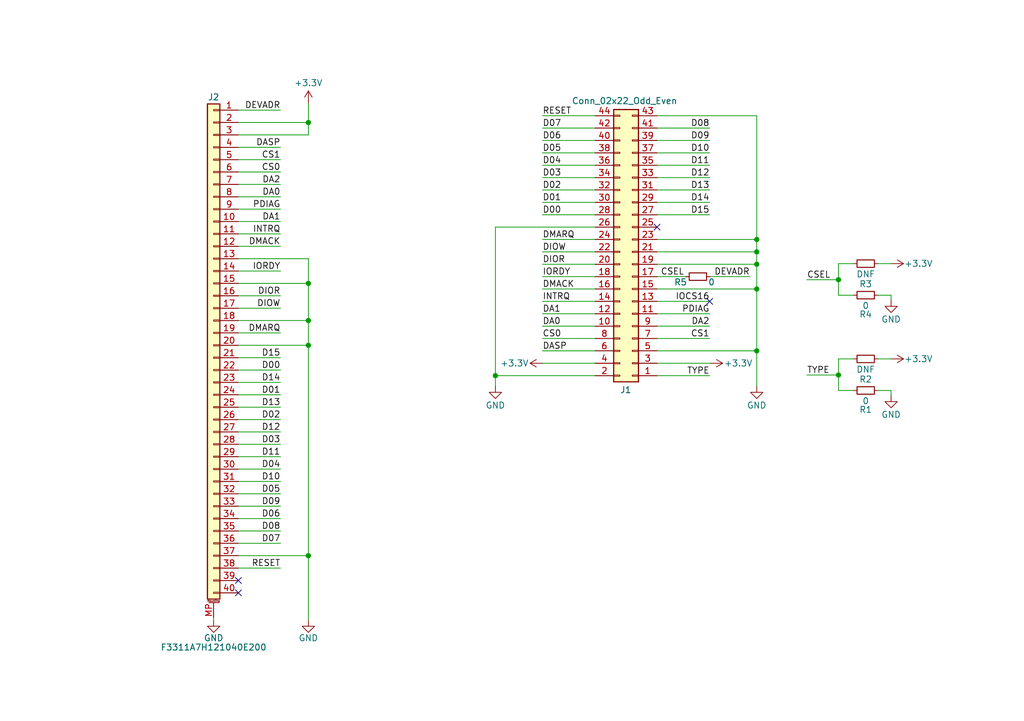
<source format=kicad_sch>
(kicad_sch
	(version 20231120)
	(generator "eeschema")
	(generator_version "8.0")
	(uuid "a01286ad-5ceb-4ede-accd-2f3324cd9e18")
	(paper "A5")
	(lib_symbols
		(symbol "Connector_Generic:Conn_02x22_Odd_Even"
			(pin_names
				(offset 1.016) hide)
			(exclude_from_sim no)
			(in_bom yes)
			(on_board yes)
			(property "Reference" "J"
				(at 1.27 27.94 0)
				(effects
					(font
						(size 1.27 1.27)
					)
				)
			)
			(property "Value" "Conn_02x22_Odd_Even"
				(at 1.27 -30.48 0)
				(effects
					(font
						(size 1.27 1.27)
					)
				)
			)
			(property "Footprint" ""
				(at 0 0 0)
				(effects
					(font
						(size 1.27 1.27)
					)
					(hide yes)
				)
			)
			(property "Datasheet" "~"
				(at 0 0 0)
				(effects
					(font
						(size 1.27 1.27)
					)
					(hide yes)
				)
			)
			(property "Description" "Generic connector, double row, 02x22, odd/even pin numbering scheme (row 1 odd numbers, row 2 even numbers), script generated (kicad-library-utils/schlib/autogen/connector/)"
				(at 0 0 0)
				(effects
					(font
						(size 1.27 1.27)
					)
					(hide yes)
				)
			)
			(property "ki_keywords" "connector"
				(at 0 0 0)
				(effects
					(font
						(size 1.27 1.27)
					)
					(hide yes)
				)
			)
			(property "ki_fp_filters" "Connector*:*_2x??_*"
				(at 0 0 0)
				(effects
					(font
						(size 1.27 1.27)
					)
					(hide yes)
				)
			)
			(symbol "Conn_02x22_Odd_Even_1_1"
				(rectangle
					(start -1.27 -27.813)
					(end 0 -28.067)
					(stroke
						(width 0.1524)
						(type default)
					)
					(fill
						(type none)
					)
				)
				(rectangle
					(start -1.27 -25.273)
					(end 0 -25.527)
					(stroke
						(width 0.1524)
						(type default)
					)
					(fill
						(type none)
					)
				)
				(rectangle
					(start -1.27 -22.733)
					(end 0 -22.987)
					(stroke
						(width 0.1524)
						(type default)
					)
					(fill
						(type none)
					)
				)
				(rectangle
					(start -1.27 -20.193)
					(end 0 -20.447)
					(stroke
						(width 0.1524)
						(type default)
					)
					(fill
						(type none)
					)
				)
				(rectangle
					(start -1.27 -17.653)
					(end 0 -17.907)
					(stroke
						(width 0.1524)
						(type default)
					)
					(fill
						(type none)
					)
				)
				(rectangle
					(start -1.27 -15.113)
					(end 0 -15.367)
					(stroke
						(width 0.1524)
						(type default)
					)
					(fill
						(type none)
					)
				)
				(rectangle
					(start -1.27 -12.573)
					(end 0 -12.827)
					(stroke
						(width 0.1524)
						(type default)
					)
					(fill
						(type none)
					)
				)
				(rectangle
					(start -1.27 -10.033)
					(end 0 -10.287)
					(stroke
						(width 0.1524)
						(type default)
					)
					(fill
						(type none)
					)
				)
				(rectangle
					(start -1.27 -7.493)
					(end 0 -7.747)
					(stroke
						(width 0.1524)
						(type default)
					)
					(fill
						(type none)
					)
				)
				(rectangle
					(start -1.27 -4.953)
					(end 0 -5.207)
					(stroke
						(width 0.1524)
						(type default)
					)
					(fill
						(type none)
					)
				)
				(rectangle
					(start -1.27 -2.413)
					(end 0 -2.667)
					(stroke
						(width 0.1524)
						(type default)
					)
					(fill
						(type none)
					)
				)
				(rectangle
					(start -1.27 0.127)
					(end 0 -0.127)
					(stroke
						(width 0.1524)
						(type default)
					)
					(fill
						(type none)
					)
				)
				(rectangle
					(start -1.27 2.667)
					(end 0 2.413)
					(stroke
						(width 0.1524)
						(type default)
					)
					(fill
						(type none)
					)
				)
				(rectangle
					(start -1.27 5.207)
					(end 0 4.953)
					(stroke
						(width 0.1524)
						(type default)
					)
					(fill
						(type none)
					)
				)
				(rectangle
					(start -1.27 7.747)
					(end 0 7.493)
					(stroke
						(width 0.1524)
						(type default)
					)
					(fill
						(type none)
					)
				)
				(rectangle
					(start -1.27 10.287)
					(end 0 10.033)
					(stroke
						(width 0.1524)
						(type default)
					)
					(fill
						(type none)
					)
				)
				(rectangle
					(start -1.27 12.827)
					(end 0 12.573)
					(stroke
						(width 0.1524)
						(type default)
					)
					(fill
						(type none)
					)
				)
				(rectangle
					(start -1.27 15.367)
					(end 0 15.113)
					(stroke
						(width 0.1524)
						(type default)
					)
					(fill
						(type none)
					)
				)
				(rectangle
					(start -1.27 17.907)
					(end 0 17.653)
					(stroke
						(width 0.1524)
						(type default)
					)
					(fill
						(type none)
					)
				)
				(rectangle
					(start -1.27 20.447)
					(end 0 20.193)
					(stroke
						(width 0.1524)
						(type default)
					)
					(fill
						(type none)
					)
				)
				(rectangle
					(start -1.27 22.987)
					(end 0 22.733)
					(stroke
						(width 0.1524)
						(type default)
					)
					(fill
						(type none)
					)
				)
				(rectangle
					(start -1.27 25.527)
					(end 0 25.273)
					(stroke
						(width 0.1524)
						(type default)
					)
					(fill
						(type none)
					)
				)
				(rectangle
					(start -1.27 26.67)
					(end 3.81 -29.21)
					(stroke
						(width 0.254)
						(type default)
					)
					(fill
						(type background)
					)
				)
				(rectangle
					(start 3.81 -27.813)
					(end 2.54 -28.067)
					(stroke
						(width 0.1524)
						(type default)
					)
					(fill
						(type none)
					)
				)
				(rectangle
					(start 3.81 -25.273)
					(end 2.54 -25.527)
					(stroke
						(width 0.1524)
						(type default)
					)
					(fill
						(type none)
					)
				)
				(rectangle
					(start 3.81 -22.733)
					(end 2.54 -22.987)
					(stroke
						(width 0.1524)
						(type default)
					)
					(fill
						(type none)
					)
				)
				(rectangle
					(start 3.81 -20.193)
					(end 2.54 -20.447)
					(stroke
						(width 0.1524)
						(type default)
					)
					(fill
						(type none)
					)
				)
				(rectangle
					(start 3.81 -17.653)
					(end 2.54 -17.907)
					(stroke
						(width 0.1524)
						(type default)
					)
					(fill
						(type none)
					)
				)
				(rectangle
					(start 3.81 -15.113)
					(end 2.54 -15.367)
					(stroke
						(width 0.1524)
						(type default)
					)
					(fill
						(type none)
					)
				)
				(rectangle
					(start 3.81 -12.573)
					(end 2.54 -12.827)
					(stroke
						(width 0.1524)
						(type default)
					)
					(fill
						(type none)
					)
				)
				(rectangle
					(start 3.81 -10.033)
					(end 2.54 -10.287)
					(stroke
						(width 0.1524)
						(type default)
					)
					(fill
						(type none)
					)
				)
				(rectangle
					(start 3.81 -7.493)
					(end 2.54 -7.747)
					(stroke
						(width 0.1524)
						(type default)
					)
					(fill
						(type none)
					)
				)
				(rectangle
					(start 3.81 -4.953)
					(end 2.54 -5.207)
					(stroke
						(width 0.1524)
						(type default)
					)
					(fill
						(type none)
					)
				)
				(rectangle
					(start 3.81 -2.413)
					(end 2.54 -2.667)
					(stroke
						(width 0.1524)
						(type default)
					)
					(fill
						(type none)
					)
				)
				(rectangle
					(start 3.81 0.127)
					(end 2.54 -0.127)
					(stroke
						(width 0.1524)
						(type default)
					)
					(fill
						(type none)
					)
				)
				(rectangle
					(start 3.81 2.667)
					(end 2.54 2.413)
					(stroke
						(width 0.1524)
						(type default)
					)
					(fill
						(type none)
					)
				)
				(rectangle
					(start 3.81 5.207)
					(end 2.54 4.953)
					(stroke
						(width 0.1524)
						(type default)
					)
					(fill
						(type none)
					)
				)
				(rectangle
					(start 3.81 7.747)
					(end 2.54 7.493)
					(stroke
						(width 0.1524)
						(type default)
					)
					(fill
						(type none)
					)
				)
				(rectangle
					(start 3.81 10.287)
					(end 2.54 10.033)
					(stroke
						(width 0.1524)
						(type default)
					)
					(fill
						(type none)
					)
				)
				(rectangle
					(start 3.81 12.827)
					(end 2.54 12.573)
					(stroke
						(width 0.1524)
						(type default)
					)
					(fill
						(type none)
					)
				)
				(rectangle
					(start 3.81 15.367)
					(end 2.54 15.113)
					(stroke
						(width 0.1524)
						(type default)
					)
					(fill
						(type none)
					)
				)
				(rectangle
					(start 3.81 17.907)
					(end 2.54 17.653)
					(stroke
						(width 0.1524)
						(type default)
					)
					(fill
						(type none)
					)
				)
				(rectangle
					(start 3.81 20.447)
					(end 2.54 20.193)
					(stroke
						(width 0.1524)
						(type default)
					)
					(fill
						(type none)
					)
				)
				(rectangle
					(start 3.81 22.987)
					(end 2.54 22.733)
					(stroke
						(width 0.1524)
						(type default)
					)
					(fill
						(type none)
					)
				)
				(rectangle
					(start 3.81 25.527)
					(end 2.54 25.273)
					(stroke
						(width 0.1524)
						(type default)
					)
					(fill
						(type none)
					)
				)
				(pin passive line
					(at -5.08 25.4 0)
					(length 3.81)
					(name "Pin_1"
						(effects
							(font
								(size 1.27 1.27)
							)
						)
					)
					(number "1"
						(effects
							(font
								(size 1.27 1.27)
							)
						)
					)
				)
				(pin passive line
					(at 7.62 15.24 180)
					(length 3.81)
					(name "Pin_10"
						(effects
							(font
								(size 1.27 1.27)
							)
						)
					)
					(number "10"
						(effects
							(font
								(size 1.27 1.27)
							)
						)
					)
				)
				(pin passive line
					(at -5.08 12.7 0)
					(length 3.81)
					(name "Pin_11"
						(effects
							(font
								(size 1.27 1.27)
							)
						)
					)
					(number "11"
						(effects
							(font
								(size 1.27 1.27)
							)
						)
					)
				)
				(pin passive line
					(at 7.62 12.7 180)
					(length 3.81)
					(name "Pin_12"
						(effects
							(font
								(size 1.27 1.27)
							)
						)
					)
					(number "12"
						(effects
							(font
								(size 1.27 1.27)
							)
						)
					)
				)
				(pin passive line
					(at -5.08 10.16 0)
					(length 3.81)
					(name "Pin_13"
						(effects
							(font
								(size 1.27 1.27)
							)
						)
					)
					(number "13"
						(effects
							(font
								(size 1.27 1.27)
							)
						)
					)
				)
				(pin passive line
					(at 7.62 10.16 180)
					(length 3.81)
					(name "Pin_14"
						(effects
							(font
								(size 1.27 1.27)
							)
						)
					)
					(number "14"
						(effects
							(font
								(size 1.27 1.27)
							)
						)
					)
				)
				(pin passive line
					(at -5.08 7.62 0)
					(length 3.81)
					(name "Pin_15"
						(effects
							(font
								(size 1.27 1.27)
							)
						)
					)
					(number "15"
						(effects
							(font
								(size 1.27 1.27)
							)
						)
					)
				)
				(pin passive line
					(at 7.62 7.62 180)
					(length 3.81)
					(name "Pin_16"
						(effects
							(font
								(size 1.27 1.27)
							)
						)
					)
					(number "16"
						(effects
							(font
								(size 1.27 1.27)
							)
						)
					)
				)
				(pin passive line
					(at -5.08 5.08 0)
					(length 3.81)
					(name "Pin_17"
						(effects
							(font
								(size 1.27 1.27)
							)
						)
					)
					(number "17"
						(effects
							(font
								(size 1.27 1.27)
							)
						)
					)
				)
				(pin passive line
					(at 7.62 5.08 180)
					(length 3.81)
					(name "Pin_18"
						(effects
							(font
								(size 1.27 1.27)
							)
						)
					)
					(number "18"
						(effects
							(font
								(size 1.27 1.27)
							)
						)
					)
				)
				(pin passive line
					(at -5.08 2.54 0)
					(length 3.81)
					(name "Pin_19"
						(effects
							(font
								(size 1.27 1.27)
							)
						)
					)
					(number "19"
						(effects
							(font
								(size 1.27 1.27)
							)
						)
					)
				)
				(pin passive line
					(at 7.62 25.4 180)
					(length 3.81)
					(name "Pin_2"
						(effects
							(font
								(size 1.27 1.27)
							)
						)
					)
					(number "2"
						(effects
							(font
								(size 1.27 1.27)
							)
						)
					)
				)
				(pin passive line
					(at 7.62 2.54 180)
					(length 3.81)
					(name "Pin_20"
						(effects
							(font
								(size 1.27 1.27)
							)
						)
					)
					(number "20"
						(effects
							(font
								(size 1.27 1.27)
							)
						)
					)
				)
				(pin passive line
					(at -5.08 0 0)
					(length 3.81)
					(name "Pin_21"
						(effects
							(font
								(size 1.27 1.27)
							)
						)
					)
					(number "21"
						(effects
							(font
								(size 1.27 1.27)
							)
						)
					)
				)
				(pin passive line
					(at 7.62 0 180)
					(length 3.81)
					(name "Pin_22"
						(effects
							(font
								(size 1.27 1.27)
							)
						)
					)
					(number "22"
						(effects
							(font
								(size 1.27 1.27)
							)
						)
					)
				)
				(pin passive line
					(at -5.08 -2.54 0)
					(length 3.81)
					(name "Pin_23"
						(effects
							(font
								(size 1.27 1.27)
							)
						)
					)
					(number "23"
						(effects
							(font
								(size 1.27 1.27)
							)
						)
					)
				)
				(pin passive line
					(at 7.62 -2.54 180)
					(length 3.81)
					(name "Pin_24"
						(effects
							(font
								(size 1.27 1.27)
							)
						)
					)
					(number "24"
						(effects
							(font
								(size 1.27 1.27)
							)
						)
					)
				)
				(pin passive line
					(at -5.08 -5.08 0)
					(length 3.81)
					(name "Pin_25"
						(effects
							(font
								(size 1.27 1.27)
							)
						)
					)
					(number "25"
						(effects
							(font
								(size 1.27 1.27)
							)
						)
					)
				)
				(pin passive line
					(at 7.62 -5.08 180)
					(length 3.81)
					(name "Pin_26"
						(effects
							(font
								(size 1.27 1.27)
							)
						)
					)
					(number "26"
						(effects
							(font
								(size 1.27 1.27)
							)
						)
					)
				)
				(pin passive line
					(at -5.08 -7.62 0)
					(length 3.81)
					(name "Pin_27"
						(effects
							(font
								(size 1.27 1.27)
							)
						)
					)
					(number "27"
						(effects
							(font
								(size 1.27 1.27)
							)
						)
					)
				)
				(pin passive line
					(at 7.62 -7.62 180)
					(length 3.81)
					(name "Pin_28"
						(effects
							(font
								(size 1.27 1.27)
							)
						)
					)
					(number "28"
						(effects
							(font
								(size 1.27 1.27)
							)
						)
					)
				)
				(pin passive line
					(at -5.08 -10.16 0)
					(length 3.81)
					(name "Pin_29"
						(effects
							(font
								(size 1.27 1.27)
							)
						)
					)
					(number "29"
						(effects
							(font
								(size 1.27 1.27)
							)
						)
					)
				)
				(pin passive line
					(at -5.08 22.86 0)
					(length 3.81)
					(name "Pin_3"
						(effects
							(font
								(size 1.27 1.27)
							)
						)
					)
					(number "3"
						(effects
							(font
								(size 1.27 1.27)
							)
						)
					)
				)
				(pin passive line
					(at 7.62 -10.16 180)
					(length 3.81)
					(name "Pin_30"
						(effects
							(font
								(size 1.27 1.27)
							)
						)
					)
					(number "30"
						(effects
							(font
								(size 1.27 1.27)
							)
						)
					)
				)
				(pin passive line
					(at -5.08 -12.7 0)
					(length 3.81)
					(name "Pin_31"
						(effects
							(font
								(size 1.27 1.27)
							)
						)
					)
					(number "31"
						(effects
							(font
								(size 1.27 1.27)
							)
						)
					)
				)
				(pin passive line
					(at 7.62 -12.7 180)
					(length 3.81)
					(name "Pin_32"
						(effects
							(font
								(size 1.27 1.27)
							)
						)
					)
					(number "32"
						(effects
							(font
								(size 1.27 1.27)
							)
						)
					)
				)
				(pin passive line
					(at -5.08 -15.24 0)
					(length 3.81)
					(name "Pin_33"
						(effects
							(font
								(size 1.27 1.27)
							)
						)
					)
					(number "33"
						(effects
							(font
								(size 1.27 1.27)
							)
						)
					)
				)
				(pin passive line
					(at 7.62 -15.24 180)
					(length 3.81)
					(name "Pin_34"
						(effects
							(font
								(size 1.27 1.27)
							)
						)
					)
					(number "34"
						(effects
							(font
								(size 1.27 1.27)
							)
						)
					)
				)
				(pin passive line
					(at -5.08 -17.78 0)
					(length 3.81)
					(name "Pin_35"
						(effects
							(font
								(size 1.27 1.27)
							)
						)
					)
					(number "35"
						(effects
							(font
								(size 1.27 1.27)
							)
						)
					)
				)
				(pin passive line
					(at 7.62 -17.78 180)
					(length 3.81)
					(name "Pin_36"
						(effects
							(font
								(size 1.27 1.27)
							)
						)
					)
					(number "36"
						(effects
							(font
								(size 1.27 1.27)
							)
						)
					)
				)
				(pin passive line
					(at -5.08 -20.32 0)
					(length 3.81)
					(name "Pin_37"
						(effects
							(font
								(size 1.27 1.27)
							)
						)
					)
					(number "37"
						(effects
							(font
								(size 1.27 1.27)
							)
						)
					)
				)
				(pin passive line
					(at 7.62 -20.32 180)
					(length 3.81)
					(name "Pin_38"
						(effects
							(font
								(size 1.27 1.27)
							)
						)
					)
					(number "38"
						(effects
							(font
								(size 1.27 1.27)
							)
						)
					)
				)
				(pin passive line
					(at -5.08 -22.86 0)
					(length 3.81)
					(name "Pin_39"
						(effects
							(font
								(size 1.27 1.27)
							)
						)
					)
					(number "39"
						(effects
							(font
								(size 1.27 1.27)
							)
						)
					)
				)
				(pin passive line
					(at 7.62 22.86 180)
					(length 3.81)
					(name "Pin_4"
						(effects
							(font
								(size 1.27 1.27)
							)
						)
					)
					(number "4"
						(effects
							(font
								(size 1.27 1.27)
							)
						)
					)
				)
				(pin passive line
					(at 7.62 -22.86 180)
					(length 3.81)
					(name "Pin_40"
						(effects
							(font
								(size 1.27 1.27)
							)
						)
					)
					(number "40"
						(effects
							(font
								(size 1.27 1.27)
							)
						)
					)
				)
				(pin passive line
					(at -5.08 -25.4 0)
					(length 3.81)
					(name "Pin_41"
						(effects
							(font
								(size 1.27 1.27)
							)
						)
					)
					(number "41"
						(effects
							(font
								(size 1.27 1.27)
							)
						)
					)
				)
				(pin passive line
					(at 7.62 -25.4 180)
					(length 3.81)
					(name "Pin_42"
						(effects
							(font
								(size 1.27 1.27)
							)
						)
					)
					(number "42"
						(effects
							(font
								(size 1.27 1.27)
							)
						)
					)
				)
				(pin passive line
					(at -5.08 -27.94 0)
					(length 3.81)
					(name "Pin_43"
						(effects
							(font
								(size 1.27 1.27)
							)
						)
					)
					(number "43"
						(effects
							(font
								(size 1.27 1.27)
							)
						)
					)
				)
				(pin passive line
					(at 7.62 -27.94 180)
					(length 3.81)
					(name "Pin_44"
						(effects
							(font
								(size 1.27 1.27)
							)
						)
					)
					(number "44"
						(effects
							(font
								(size 1.27 1.27)
							)
						)
					)
				)
				(pin passive line
					(at -5.08 20.32 0)
					(length 3.81)
					(name "Pin_5"
						(effects
							(font
								(size 1.27 1.27)
							)
						)
					)
					(number "5"
						(effects
							(font
								(size 1.27 1.27)
							)
						)
					)
				)
				(pin passive line
					(at 7.62 20.32 180)
					(length 3.81)
					(name "Pin_6"
						(effects
							(font
								(size 1.27 1.27)
							)
						)
					)
					(number "6"
						(effects
							(font
								(size 1.27 1.27)
							)
						)
					)
				)
				(pin passive line
					(at -5.08 17.78 0)
					(length 3.81)
					(name "Pin_7"
						(effects
							(font
								(size 1.27 1.27)
							)
						)
					)
					(number "7"
						(effects
							(font
								(size 1.27 1.27)
							)
						)
					)
				)
				(pin passive line
					(at 7.62 17.78 180)
					(length 3.81)
					(name "Pin_8"
						(effects
							(font
								(size 1.27 1.27)
							)
						)
					)
					(number "8"
						(effects
							(font
								(size 1.27 1.27)
							)
						)
					)
				)
				(pin passive line
					(at -5.08 15.24 0)
					(length 3.81)
					(name "Pin_9"
						(effects
							(font
								(size 1.27 1.27)
							)
						)
					)
					(number "9"
						(effects
							(font
								(size 1.27 1.27)
							)
						)
					)
				)
			)
		)
		(symbol "Connector_Generic_MountingPin:Conn_01x40_MountingPin"
			(pin_names
				(offset 1.016) hide)
			(exclude_from_sim no)
			(in_bom yes)
			(on_board yes)
			(property "Reference" "J"
				(at 0 50.8 0)
				(effects
					(font
						(size 1.27 1.27)
					)
				)
			)
			(property "Value" "Conn_01x40_MountingPin"
				(at 1.27 -53.34 0)
				(effects
					(font
						(size 1.27 1.27)
					)
					(justify left)
				)
			)
			(property "Footprint" ""
				(at 0 0 0)
				(effects
					(font
						(size 1.27 1.27)
					)
					(hide yes)
				)
			)
			(property "Datasheet" "~"
				(at 0 0 0)
				(effects
					(font
						(size 1.27 1.27)
					)
					(hide yes)
				)
			)
			(property "Description" "Generic connectable mounting pin connector, single row, 01x40, script generated (kicad-library-utils/schlib/autogen/connector/)"
				(at 0 0 0)
				(effects
					(font
						(size 1.27 1.27)
					)
					(hide yes)
				)
			)
			(property "ki_keywords" "connector"
				(at 0 0 0)
				(effects
					(font
						(size 1.27 1.27)
					)
					(hide yes)
				)
			)
			(property "ki_fp_filters" "Connector*:*_1x??-1MP*"
				(at 0 0 0)
				(effects
					(font
						(size 1.27 1.27)
					)
					(hide yes)
				)
			)
			(symbol "Conn_01x40_MountingPin_1_1"
				(rectangle
					(start -1.27 -50.673)
					(end 0 -50.927)
					(stroke
						(width 0.1524)
						(type default)
					)
					(fill
						(type none)
					)
				)
				(rectangle
					(start -1.27 -48.133)
					(end 0 -48.387)
					(stroke
						(width 0.1524)
						(type default)
					)
					(fill
						(type none)
					)
				)
				(rectangle
					(start -1.27 -45.593)
					(end 0 -45.847)
					(stroke
						(width 0.1524)
						(type default)
					)
					(fill
						(type none)
					)
				)
				(rectangle
					(start -1.27 -43.053)
					(end 0 -43.307)
					(stroke
						(width 0.1524)
						(type default)
					)
					(fill
						(type none)
					)
				)
				(rectangle
					(start -1.27 -40.513)
					(end 0 -40.767)
					(stroke
						(width 0.1524)
						(type default)
					)
					(fill
						(type none)
					)
				)
				(rectangle
					(start -1.27 -37.973)
					(end 0 -38.227)
					(stroke
						(width 0.1524)
						(type default)
					)
					(fill
						(type none)
					)
				)
				(rectangle
					(start -1.27 -35.433)
					(end 0 -35.687)
					(stroke
						(width 0.1524)
						(type default)
					)
					(fill
						(type none)
					)
				)
				(rectangle
					(start -1.27 -32.893)
					(end 0 -33.147)
					(stroke
						(width 0.1524)
						(type default)
					)
					(fill
						(type none)
					)
				)
				(rectangle
					(start -1.27 -30.353)
					(end 0 -30.607)
					(stroke
						(width 0.1524)
						(type default)
					)
					(fill
						(type none)
					)
				)
				(rectangle
					(start -1.27 -27.813)
					(end 0 -28.067)
					(stroke
						(width 0.1524)
						(type default)
					)
					(fill
						(type none)
					)
				)
				(rectangle
					(start -1.27 -25.273)
					(end 0 -25.527)
					(stroke
						(width 0.1524)
						(type default)
					)
					(fill
						(type none)
					)
				)
				(rectangle
					(start -1.27 -22.733)
					(end 0 -22.987)
					(stroke
						(width 0.1524)
						(type default)
					)
					(fill
						(type none)
					)
				)
				(rectangle
					(start -1.27 -20.193)
					(end 0 -20.447)
					(stroke
						(width 0.1524)
						(type default)
					)
					(fill
						(type none)
					)
				)
				(rectangle
					(start -1.27 -17.653)
					(end 0 -17.907)
					(stroke
						(width 0.1524)
						(type default)
					)
					(fill
						(type none)
					)
				)
				(rectangle
					(start -1.27 -15.113)
					(end 0 -15.367)
					(stroke
						(width 0.1524)
						(type default)
					)
					(fill
						(type none)
					)
				)
				(rectangle
					(start -1.27 -12.573)
					(end 0 -12.827)
					(stroke
						(width 0.1524)
						(type default)
					)
					(fill
						(type none)
					)
				)
				(rectangle
					(start -1.27 -10.033)
					(end 0 -10.287)
					(stroke
						(width 0.1524)
						(type default)
					)
					(fill
						(type none)
					)
				)
				(rectangle
					(start -1.27 -7.493)
					(end 0 -7.747)
					(stroke
						(width 0.1524)
						(type default)
					)
					(fill
						(type none)
					)
				)
				(rectangle
					(start -1.27 -4.953)
					(end 0 -5.207)
					(stroke
						(width 0.1524)
						(type default)
					)
					(fill
						(type none)
					)
				)
				(rectangle
					(start -1.27 -2.413)
					(end 0 -2.667)
					(stroke
						(width 0.1524)
						(type default)
					)
					(fill
						(type none)
					)
				)
				(rectangle
					(start -1.27 0.127)
					(end 0 -0.127)
					(stroke
						(width 0.1524)
						(type default)
					)
					(fill
						(type none)
					)
				)
				(rectangle
					(start -1.27 2.667)
					(end 0 2.413)
					(stroke
						(width 0.1524)
						(type default)
					)
					(fill
						(type none)
					)
				)
				(rectangle
					(start -1.27 5.207)
					(end 0 4.953)
					(stroke
						(width 0.1524)
						(type default)
					)
					(fill
						(type none)
					)
				)
				(rectangle
					(start -1.27 7.747)
					(end 0 7.493)
					(stroke
						(width 0.1524)
						(type default)
					)
					(fill
						(type none)
					)
				)
				(rectangle
					(start -1.27 10.287)
					(end 0 10.033)
					(stroke
						(width 0.1524)
						(type default)
					)
					(fill
						(type none)
					)
				)
				(rectangle
					(start -1.27 12.827)
					(end 0 12.573)
					(stroke
						(width 0.1524)
						(type default)
					)
					(fill
						(type none)
					)
				)
				(rectangle
					(start -1.27 15.367)
					(end 0 15.113)
					(stroke
						(width 0.1524)
						(type default)
					)
					(fill
						(type none)
					)
				)
				(rectangle
					(start -1.27 17.907)
					(end 0 17.653)
					(stroke
						(width 0.1524)
						(type default)
					)
					(fill
						(type none)
					)
				)
				(rectangle
					(start -1.27 20.447)
					(end 0 20.193)
					(stroke
						(width 0.1524)
						(type default)
					)
					(fill
						(type none)
					)
				)
				(rectangle
					(start -1.27 22.987)
					(end 0 22.733)
					(stroke
						(width 0.1524)
						(type default)
					)
					(fill
						(type none)
					)
				)
				(rectangle
					(start -1.27 25.527)
					(end 0 25.273)
					(stroke
						(width 0.1524)
						(type default)
					)
					(fill
						(type none)
					)
				)
				(rectangle
					(start -1.27 28.067)
					(end 0 27.813)
					(stroke
						(width 0.1524)
						(type default)
					)
					(fill
						(type none)
					)
				)
				(rectangle
					(start -1.27 30.607)
					(end 0 30.353)
					(stroke
						(width 0.1524)
						(type default)
					)
					(fill
						(type none)
					)
				)
				(rectangle
					(start -1.27 33.147)
					(end 0 32.893)
					(stroke
						(width 0.1524)
						(type default)
					)
					(fill
						(type none)
					)
				)
				(rectangle
					(start -1.27 35.687)
					(end 0 35.433)
					(stroke
						(width 0.1524)
						(type default)
					)
					(fill
						(type none)
					)
				)
				(rectangle
					(start -1.27 38.227)
					(end 0 37.973)
					(stroke
						(width 0.1524)
						(type default)
					)
					(fill
						(type none)
					)
				)
				(rectangle
					(start -1.27 40.767)
					(end 0 40.513)
					(stroke
						(width 0.1524)
						(type default)
					)
					(fill
						(type none)
					)
				)
				(rectangle
					(start -1.27 43.307)
					(end 0 43.053)
					(stroke
						(width 0.1524)
						(type default)
					)
					(fill
						(type none)
					)
				)
				(rectangle
					(start -1.27 45.847)
					(end 0 45.593)
					(stroke
						(width 0.1524)
						(type default)
					)
					(fill
						(type none)
					)
				)
				(rectangle
					(start -1.27 48.387)
					(end 0 48.133)
					(stroke
						(width 0.1524)
						(type default)
					)
					(fill
						(type none)
					)
				)
				(rectangle
					(start -1.27 49.53)
					(end 1.27 -52.07)
					(stroke
						(width 0.254)
						(type default)
					)
					(fill
						(type background)
					)
				)
				(polyline
					(pts
						(xy -1.016 -52.832) (xy 1.016 -52.832)
					)
					(stroke
						(width 0.1524)
						(type default)
					)
					(fill
						(type none)
					)
				)
				(text "Mounting"
					(at 0 -52.451 0)
					(effects
						(font
							(size 0.381 0.381)
						)
					)
				)
				(pin passive line
					(at -5.08 48.26 0)
					(length 3.81)
					(name "Pin_1"
						(effects
							(font
								(size 1.27 1.27)
							)
						)
					)
					(number "1"
						(effects
							(font
								(size 1.27 1.27)
							)
						)
					)
				)
				(pin passive line
					(at -5.08 25.4 0)
					(length 3.81)
					(name "Pin_10"
						(effects
							(font
								(size 1.27 1.27)
							)
						)
					)
					(number "10"
						(effects
							(font
								(size 1.27 1.27)
							)
						)
					)
				)
				(pin passive line
					(at -5.08 22.86 0)
					(length 3.81)
					(name "Pin_11"
						(effects
							(font
								(size 1.27 1.27)
							)
						)
					)
					(number "11"
						(effects
							(font
								(size 1.27 1.27)
							)
						)
					)
				)
				(pin passive line
					(at -5.08 20.32 0)
					(length 3.81)
					(name "Pin_12"
						(effects
							(font
								(size 1.27 1.27)
							)
						)
					)
					(number "12"
						(effects
							(font
								(size 1.27 1.27)
							)
						)
					)
				)
				(pin passive line
					(at -5.08 17.78 0)
					(length 3.81)
					(name "Pin_13"
						(effects
							(font
								(size 1.27 1.27)
							)
						)
					)
					(number "13"
						(effects
							(font
								(size 1.27 1.27)
							)
						)
					)
				)
				(pin passive line
					(at -5.08 15.24 0)
					(length 3.81)
					(name "Pin_14"
						(effects
							(font
								(size 1.27 1.27)
							)
						)
					)
					(number "14"
						(effects
							(font
								(size 1.27 1.27)
							)
						)
					)
				)
				(pin passive line
					(at -5.08 12.7 0)
					(length 3.81)
					(name "Pin_15"
						(effects
							(font
								(size 1.27 1.27)
							)
						)
					)
					(number "15"
						(effects
							(font
								(size 1.27 1.27)
							)
						)
					)
				)
				(pin passive line
					(at -5.08 10.16 0)
					(length 3.81)
					(name "Pin_16"
						(effects
							(font
								(size 1.27 1.27)
							)
						)
					)
					(number "16"
						(effects
							(font
								(size 1.27 1.27)
							)
						)
					)
				)
				(pin passive line
					(at -5.08 7.62 0)
					(length 3.81)
					(name "Pin_17"
						(effects
							(font
								(size 1.27 1.27)
							)
						)
					)
					(number "17"
						(effects
							(font
								(size 1.27 1.27)
							)
						)
					)
				)
				(pin passive line
					(at -5.08 5.08 0)
					(length 3.81)
					(name "Pin_18"
						(effects
							(font
								(size 1.27 1.27)
							)
						)
					)
					(number "18"
						(effects
							(font
								(size 1.27 1.27)
							)
						)
					)
				)
				(pin passive line
					(at -5.08 2.54 0)
					(length 3.81)
					(name "Pin_19"
						(effects
							(font
								(size 1.27 1.27)
							)
						)
					)
					(number "19"
						(effects
							(font
								(size 1.27 1.27)
							)
						)
					)
				)
				(pin passive line
					(at -5.08 45.72 0)
					(length 3.81)
					(name "Pin_2"
						(effects
							(font
								(size 1.27 1.27)
							)
						)
					)
					(number "2"
						(effects
							(font
								(size 1.27 1.27)
							)
						)
					)
				)
				(pin passive line
					(at -5.08 0 0)
					(length 3.81)
					(name "Pin_20"
						(effects
							(font
								(size 1.27 1.27)
							)
						)
					)
					(number "20"
						(effects
							(font
								(size 1.27 1.27)
							)
						)
					)
				)
				(pin passive line
					(at -5.08 -2.54 0)
					(length 3.81)
					(name "Pin_21"
						(effects
							(font
								(size 1.27 1.27)
							)
						)
					)
					(number "21"
						(effects
							(font
								(size 1.27 1.27)
							)
						)
					)
				)
				(pin passive line
					(at -5.08 -5.08 0)
					(length 3.81)
					(name "Pin_22"
						(effects
							(font
								(size 1.27 1.27)
							)
						)
					)
					(number "22"
						(effects
							(font
								(size 1.27 1.27)
							)
						)
					)
				)
				(pin passive line
					(at -5.08 -7.62 0)
					(length 3.81)
					(name "Pin_23"
						(effects
							(font
								(size 1.27 1.27)
							)
						)
					)
					(number "23"
						(effects
							(font
								(size 1.27 1.27)
							)
						)
					)
				)
				(pin passive line
					(at -5.08 -10.16 0)
					(length 3.81)
					(name "Pin_24"
						(effects
							(font
								(size 1.27 1.27)
							)
						)
					)
					(number "24"
						(effects
							(font
								(size 1.27 1.27)
							)
						)
					)
				)
				(pin passive line
					(at -5.08 -12.7 0)
					(length 3.81)
					(name "Pin_25"
						(effects
							(font
								(size 1.27 1.27)
							)
						)
					)
					(number "25"
						(effects
							(font
								(size 1.27 1.27)
							)
						)
					)
				)
				(pin passive line
					(at -5.08 -15.24 0)
					(length 3.81)
					(name "Pin_26"
						(effects
							(font
								(size 1.27 1.27)
							)
						)
					)
					(number "26"
						(effects
							(font
								(size 1.27 1.27)
							)
						)
					)
				)
				(pin passive line
					(at -5.08 -17.78 0)
					(length 3.81)
					(name "Pin_27"
						(effects
							(font
								(size 1.27 1.27)
							)
						)
					)
					(number "27"
						(effects
							(font
								(size 1.27 1.27)
							)
						)
					)
				)
				(pin passive line
					(at -5.08 -20.32 0)
					(length 3.81)
					(name "Pin_28"
						(effects
							(font
								(size 1.27 1.27)
							)
						)
					)
					(number "28"
						(effects
							(font
								(size 1.27 1.27)
							)
						)
					)
				)
				(pin passive line
					(at -5.08 -22.86 0)
					(length 3.81)
					(name "Pin_29"
						(effects
							(font
								(size 1.27 1.27)
							)
						)
					)
					(number "29"
						(effects
							(font
								(size 1.27 1.27)
							)
						)
					)
				)
				(pin passive line
					(at -5.08 43.18 0)
					(length 3.81)
					(name "Pin_3"
						(effects
							(font
								(size 1.27 1.27)
							)
						)
					)
					(number "3"
						(effects
							(font
								(size 1.27 1.27)
							)
						)
					)
				)
				(pin passive line
					(at -5.08 -25.4 0)
					(length 3.81)
					(name "Pin_30"
						(effects
							(font
								(size 1.27 1.27)
							)
						)
					)
					(number "30"
						(effects
							(font
								(size 1.27 1.27)
							)
						)
					)
				)
				(pin passive line
					(at -5.08 -27.94 0)
					(length 3.81)
					(name "Pin_31"
						(effects
							(font
								(size 1.27 1.27)
							)
						)
					)
					(number "31"
						(effects
							(font
								(size 1.27 1.27)
							)
						)
					)
				)
				(pin passive line
					(at -5.08 -30.48 0)
					(length 3.81)
					(name "Pin_32"
						(effects
							(font
								(size 1.27 1.27)
							)
						)
					)
					(number "32"
						(effects
							(font
								(size 1.27 1.27)
							)
						)
					)
				)
				(pin passive line
					(at -5.08 -33.02 0)
					(length 3.81)
					(name "Pin_33"
						(effects
							(font
								(size 1.27 1.27)
							)
						)
					)
					(number "33"
						(effects
							(font
								(size 1.27 1.27)
							)
						)
					)
				)
				(pin passive line
					(at -5.08 -35.56 0)
					(length 3.81)
					(name "Pin_34"
						(effects
							(font
								(size 1.27 1.27)
							)
						)
					)
					(number "34"
						(effects
							(font
								(size 1.27 1.27)
							)
						)
					)
				)
				(pin passive line
					(at -5.08 -38.1 0)
					(length 3.81)
					(name "Pin_35"
						(effects
							(font
								(size 1.27 1.27)
							)
						)
					)
					(number "35"
						(effects
							(font
								(size 1.27 1.27)
							)
						)
					)
				)
				(pin passive line
					(at -5.08 -40.64 0)
					(length 3.81)
					(name "Pin_36"
						(effects
							(font
								(size 1.27 1.27)
							)
						)
					)
					(number "36"
						(effects
							(font
								(size 1.27 1.27)
							)
						)
					)
				)
				(pin passive line
					(at -5.08 -43.18 0)
					(length 3.81)
					(name "Pin_37"
						(effects
							(font
								(size 1.27 1.27)
							)
						)
					)
					(number "37"
						(effects
							(font
								(size 1.27 1.27)
							)
						)
					)
				)
				(pin passive line
					(at -5.08 -45.72 0)
					(length 3.81)
					(name "Pin_38"
						(effects
							(font
								(size 1.27 1.27)
							)
						)
					)
					(number "38"
						(effects
							(font
								(size 1.27 1.27)
							)
						)
					)
				)
				(pin passive line
					(at -5.08 -48.26 0)
					(length 3.81)
					(name "Pin_39"
						(effects
							(font
								(size 1.27 1.27)
							)
						)
					)
					(number "39"
						(effects
							(font
								(size 1.27 1.27)
							)
						)
					)
				)
				(pin passive line
					(at -5.08 40.64 0)
					(length 3.81)
					(name "Pin_4"
						(effects
							(font
								(size 1.27 1.27)
							)
						)
					)
					(number "4"
						(effects
							(font
								(size 1.27 1.27)
							)
						)
					)
				)
				(pin passive line
					(at -5.08 -50.8 0)
					(length 3.81)
					(name "Pin_40"
						(effects
							(font
								(size 1.27 1.27)
							)
						)
					)
					(number "40"
						(effects
							(font
								(size 1.27 1.27)
							)
						)
					)
				)
				(pin passive line
					(at -5.08 38.1 0)
					(length 3.81)
					(name "Pin_5"
						(effects
							(font
								(size 1.27 1.27)
							)
						)
					)
					(number "5"
						(effects
							(font
								(size 1.27 1.27)
							)
						)
					)
				)
				(pin passive line
					(at -5.08 35.56 0)
					(length 3.81)
					(name "Pin_6"
						(effects
							(font
								(size 1.27 1.27)
							)
						)
					)
					(number "6"
						(effects
							(font
								(size 1.27 1.27)
							)
						)
					)
				)
				(pin passive line
					(at -5.08 33.02 0)
					(length 3.81)
					(name "Pin_7"
						(effects
							(font
								(size 1.27 1.27)
							)
						)
					)
					(number "7"
						(effects
							(font
								(size 1.27 1.27)
							)
						)
					)
				)
				(pin passive line
					(at -5.08 30.48 0)
					(length 3.81)
					(name "Pin_8"
						(effects
							(font
								(size 1.27 1.27)
							)
						)
					)
					(number "8"
						(effects
							(font
								(size 1.27 1.27)
							)
						)
					)
				)
				(pin passive line
					(at -5.08 27.94 0)
					(length 3.81)
					(name "Pin_9"
						(effects
							(font
								(size 1.27 1.27)
							)
						)
					)
					(number "9"
						(effects
							(font
								(size 1.27 1.27)
							)
						)
					)
				)
				(pin passive line
					(at 0 -55.88 90)
					(length 3.048)
					(name "MountPin"
						(effects
							(font
								(size 1.27 1.27)
							)
						)
					)
					(number "MP"
						(effects
							(font
								(size 1.27 1.27)
							)
						)
					)
				)
			)
		)
		(symbol "Device:R_Small"
			(pin_numbers hide)
			(pin_names
				(offset 0.254) hide)
			(exclude_from_sim no)
			(in_bom yes)
			(on_board yes)
			(property "Reference" "R"
				(at 0.762 0.508 0)
				(effects
					(font
						(size 1.27 1.27)
					)
					(justify left)
				)
			)
			(property "Value" "R_Small"
				(at 0.762 -1.016 0)
				(effects
					(font
						(size 1.27 1.27)
					)
					(justify left)
				)
			)
			(property "Footprint" ""
				(at 0 0 0)
				(effects
					(font
						(size 1.27 1.27)
					)
					(hide yes)
				)
			)
			(property "Datasheet" "~"
				(at 0 0 0)
				(effects
					(font
						(size 1.27 1.27)
					)
					(hide yes)
				)
			)
			(property "Description" "Resistor, small symbol"
				(at 0 0 0)
				(effects
					(font
						(size 1.27 1.27)
					)
					(hide yes)
				)
			)
			(property "ki_keywords" "R resistor"
				(at 0 0 0)
				(effects
					(font
						(size 1.27 1.27)
					)
					(hide yes)
				)
			)
			(property "ki_fp_filters" "R_*"
				(at 0 0 0)
				(effects
					(font
						(size 1.27 1.27)
					)
					(hide yes)
				)
			)
			(symbol "R_Small_0_1"
				(rectangle
					(start -0.762 1.778)
					(end 0.762 -1.778)
					(stroke
						(width 0.2032)
						(type default)
					)
					(fill
						(type none)
					)
				)
			)
			(symbol "R_Small_1_1"
				(pin passive line
					(at 0 2.54 270)
					(length 0.762)
					(name "~"
						(effects
							(font
								(size 1.27 1.27)
							)
						)
					)
					(number "1"
						(effects
							(font
								(size 1.27 1.27)
							)
						)
					)
				)
				(pin passive line
					(at 0 -2.54 90)
					(length 0.762)
					(name "~"
						(effects
							(font
								(size 1.27 1.27)
							)
						)
					)
					(number "2"
						(effects
							(font
								(size 1.27 1.27)
							)
						)
					)
				)
			)
		)
		(symbol "power:+3.3V"
			(power)
			(pin_names
				(offset 0)
			)
			(exclude_from_sim no)
			(in_bom yes)
			(on_board yes)
			(property "Reference" "#PWR"
				(at 0 -3.81 0)
				(effects
					(font
						(size 1.27 1.27)
					)
					(hide yes)
				)
			)
			(property "Value" "+3.3V"
				(at 0 3.556 0)
				(effects
					(font
						(size 1.27 1.27)
					)
				)
			)
			(property "Footprint" ""
				(at 0 0 0)
				(effects
					(font
						(size 1.27 1.27)
					)
					(hide yes)
				)
			)
			(property "Datasheet" ""
				(at 0 0 0)
				(effects
					(font
						(size 1.27 1.27)
					)
					(hide yes)
				)
			)
			(property "Description" "Power symbol creates a global label with name \"+3.3V\""
				(at 0 0 0)
				(effects
					(font
						(size 1.27 1.27)
					)
					(hide yes)
				)
			)
			(property "ki_keywords" "global power"
				(at 0 0 0)
				(effects
					(font
						(size 1.27 1.27)
					)
					(hide yes)
				)
			)
			(symbol "+3.3V_0_1"
				(polyline
					(pts
						(xy -0.762 1.27) (xy 0 2.54)
					)
					(stroke
						(width 0)
						(type default)
					)
					(fill
						(type none)
					)
				)
				(polyline
					(pts
						(xy 0 0) (xy 0 2.54)
					)
					(stroke
						(width 0)
						(type default)
					)
					(fill
						(type none)
					)
				)
				(polyline
					(pts
						(xy 0 2.54) (xy 0.762 1.27)
					)
					(stroke
						(width 0)
						(type default)
					)
					(fill
						(type none)
					)
				)
			)
			(symbol "+3.3V_1_1"
				(pin power_in line
					(at 0 0 90)
					(length 0) hide
					(name "+3.3V"
						(effects
							(font
								(size 1.27 1.27)
							)
						)
					)
					(number "1"
						(effects
							(font
								(size 1.27 1.27)
							)
						)
					)
				)
			)
		)
		(symbol "power:GND"
			(power)
			(pin_names
				(offset 0)
			)
			(exclude_from_sim no)
			(in_bom yes)
			(on_board yes)
			(property "Reference" "#PWR"
				(at 0 -6.35 0)
				(effects
					(font
						(size 1.27 1.27)
					)
					(hide yes)
				)
			)
			(property "Value" "GND"
				(at 0 -3.81 0)
				(effects
					(font
						(size 1.27 1.27)
					)
				)
			)
			(property "Footprint" ""
				(at 0 0 0)
				(effects
					(font
						(size 1.27 1.27)
					)
					(hide yes)
				)
			)
			(property "Datasheet" ""
				(at 0 0 0)
				(effects
					(font
						(size 1.27 1.27)
					)
					(hide yes)
				)
			)
			(property "Description" "Power symbol creates a global label with name \"GND\" , ground"
				(at 0 0 0)
				(effects
					(font
						(size 1.27 1.27)
					)
					(hide yes)
				)
			)
			(property "ki_keywords" "global power"
				(at 0 0 0)
				(effects
					(font
						(size 1.27 1.27)
					)
					(hide yes)
				)
			)
			(symbol "GND_0_1"
				(polyline
					(pts
						(xy 0 0) (xy 0 -1.27) (xy 1.27 -1.27) (xy 0 -2.54) (xy -1.27 -1.27) (xy 0 -1.27)
					)
					(stroke
						(width 0)
						(type default)
					)
					(fill
						(type none)
					)
				)
			)
			(symbol "GND_1_1"
				(pin power_in line
					(at 0 0 270)
					(length 0) hide
					(name "GND"
						(effects
							(font
								(size 1.27 1.27)
							)
						)
					)
					(number "1"
						(effects
							(font
								(size 1.27 1.27)
							)
						)
					)
				)
			)
		)
	)
	(junction
		(at 171.958 76.962)
		(diameter 0)
		(color 0 0 0 0)
		(uuid "382ef617-d1a0-43e3-bd14-6403e1eea986")
	)
	(junction
		(at 155.194 51.689)
		(diameter 0)
		(color 0 0 0 0)
		(uuid "3c665107-8d96-412b-84f9-402695f3dab8")
	)
	(junction
		(at 63.246 25.146)
		(diameter 0)
		(color 0 0 0 0)
		(uuid "67dbfcac-d1b6-4e42-b325-3e75c4d5cfee")
	)
	(junction
		(at 63.246 58.166)
		(diameter 0)
		(color 0 0 0 0)
		(uuid "728a98b7-d8c9-4be9-a849-6a237418f5db")
	)
	(junction
		(at 63.246 65.786)
		(diameter 0)
		(color 0 0 0 0)
		(uuid "7609e9e5-7d5a-4553-ba89-5cc909bd9e42")
	)
	(junction
		(at 155.194 54.229)
		(diameter 0)
		(color 0 0 0 0)
		(uuid "84937931-7c36-44a0-887c-1b78428d4118")
	)
	(junction
		(at 101.6 77.089)
		(diameter 0)
		(color 0 0 0 0)
		(uuid "8ca4a1d1-ad2c-4ff4-a401-127303b1df96")
	)
	(junction
		(at 63.246 70.866)
		(diameter 0)
		(color 0 0 0 0)
		(uuid "8f535ab4-4bd6-4482-8a89-907824240aa2")
	)
	(junction
		(at 155.194 59.309)
		(diameter 0)
		(color 0 0 0 0)
		(uuid "9cc3d45c-b0f5-4c75-bbda-ba13ab0e1b23")
	)
	(junction
		(at 63.246 114.046)
		(diameter 0)
		(color 0 0 0 0)
		(uuid "b94957f6-d5a9-4dc2-be2f-e701d8ea85f5")
	)
	(junction
		(at 155.194 72.009)
		(diameter 0)
		(color 0 0 0 0)
		(uuid "bfeb71af-ce42-4ef8-bd55-088ac07eb2ab")
	)
	(junction
		(at 155.194 49.149)
		(diameter 0)
		(color 0 0 0 0)
		(uuid "d3092cbb-9678-4ee2-90b1-65f046536e47")
	)
	(junction
		(at 171.958 57.404)
		(diameter 0)
		(color 0 0 0 0)
		(uuid "d4d8deea-e161-4438-b7ce-251edb2b457b")
	)
	(no_connect
		(at 134.747 46.609)
		(uuid "2f95c346-df70-48de-b2c9-a943d21b4166")
	)
	(no_connect
		(at 145.542 61.849)
		(uuid "824a4c68-1411-4bea-810b-505ef4d44a75")
	)
	(no_connect
		(at 48.895 121.666)
		(uuid "a2330716-5d04-4309-b48b-2eabe9ef35ec")
	)
	(no_connect
		(at 48.895 119.126)
		(uuid "c1190ec8-9282-439c-8d38-39dcbd574855")
	)
	(wire
		(pts
			(xy 57.531 35.306) (xy 48.895 35.306)
		)
		(stroke
			(width 0)
			(type default)
		)
		(uuid "0468c3a8-fc85-42bc-aa7d-1efec2278b56")
	)
	(wire
		(pts
			(xy 155.194 23.749) (xy 155.194 49.149)
		)
		(stroke
			(width 0)
			(type default)
		)
		(uuid "04e87383-7912-407a-a4fb-02c86cbb95f8")
	)
	(wire
		(pts
			(xy 57.531 111.506) (xy 48.895 111.506)
		)
		(stroke
			(width 0)
			(type default)
		)
		(uuid "07a54b99-0e9c-4a31-bc9b-a7f6ba86abea")
	)
	(wire
		(pts
			(xy 111.252 44.069) (xy 122.047 44.069)
		)
		(stroke
			(width 0)
			(type default)
		)
		(uuid "088bf44e-f1c2-4d03-87e0-62375c32c832")
	)
	(wire
		(pts
			(xy 57.531 98.806) (xy 48.895 98.806)
		)
		(stroke
			(width 0)
			(type default)
		)
		(uuid "08be972f-82a2-4ef7-b23d-deb3fecd9ed1")
	)
	(wire
		(pts
			(xy 171.958 60.579) (xy 175.006 60.579)
		)
		(stroke
			(width 0)
			(type default)
		)
		(uuid "0becaeb2-039e-4e0e-8821-169ef9e27439")
	)
	(wire
		(pts
			(xy 57.531 103.886) (xy 48.895 103.886)
		)
		(stroke
			(width 0)
			(type default)
		)
		(uuid "0e0f310f-6209-435b-9112-8955049261d2")
	)
	(wire
		(pts
			(xy 43.815 127.254) (xy 43.815 126.746)
		)
		(stroke
			(width 0)
			(type default)
		)
		(uuid "10cd87b9-5387-4cbe-8f3f-27759d2225c5")
	)
	(wire
		(pts
			(xy 111.252 26.289) (xy 122.047 26.289)
		)
		(stroke
			(width 0)
			(type default)
		)
		(uuid "168f7465-a44a-445c-be55-cb25f2d41cbe")
	)
	(wire
		(pts
			(xy 145.542 38.989) (xy 134.747 38.989)
		)
		(stroke
			(width 0)
			(type default)
		)
		(uuid "18b009c2-a3a9-498f-928f-2fbb7d7ccf2f")
	)
	(wire
		(pts
			(xy 57.531 91.186) (xy 48.895 91.186)
		)
		(stroke
			(width 0)
			(type default)
		)
		(uuid "1ae9205c-e475-452e-83b4-9927febe1084")
	)
	(wire
		(pts
			(xy 57.531 83.566) (xy 48.895 83.566)
		)
		(stroke
			(width 0)
			(type default)
		)
		(uuid "1e4db62f-1bc0-479f-9387-afccd28ce6d4")
	)
	(wire
		(pts
			(xy 57.531 40.386) (xy 48.895 40.386)
		)
		(stroke
			(width 0)
			(type default)
		)
		(uuid "1e9b132f-5963-4506-a9ea-e244e330ea8a")
	)
	(wire
		(pts
			(xy 57.531 63.246) (xy 48.895 63.246)
		)
		(stroke
			(width 0)
			(type default)
		)
		(uuid "1f3075fd-8ac7-492c-b826-1f6abb69a155")
	)
	(wire
		(pts
			(xy 57.531 106.426) (xy 48.895 106.426)
		)
		(stroke
			(width 0)
			(type default)
		)
		(uuid "1f780d7a-dd9c-4833-831b-24fd707241aa")
	)
	(wire
		(pts
			(xy 155.194 72.009) (xy 155.194 79.248)
		)
		(stroke
			(width 0)
			(type default)
		)
		(uuid "205f0ab8-9103-480e-8499-747c14de06d8")
	)
	(wire
		(pts
			(xy 111.252 54.229) (xy 122.047 54.229)
		)
		(stroke
			(width 0)
			(type default)
		)
		(uuid "2329e47b-e28e-4fc8-a56e-9586c4dd8240")
	)
	(wire
		(pts
			(xy 57.531 48.006) (xy 48.895 48.006)
		)
		(stroke
			(width 0)
			(type default)
		)
		(uuid "25955ef9-1fe0-429d-9c76-edefabb55459")
	)
	(wire
		(pts
			(xy 134.747 72.009) (xy 155.194 72.009)
		)
		(stroke
			(width 0)
			(type default)
		)
		(uuid "2598a8be-3ff7-4e9d-aba5-7146b3e64b7a")
	)
	(wire
		(pts
			(xy 63.246 65.786) (xy 63.246 70.866)
		)
		(stroke
			(width 0)
			(type default)
		)
		(uuid "25b8630e-4e43-40e6-927a-279846eaa91d")
	)
	(wire
		(pts
			(xy 57.531 93.726) (xy 48.895 93.726)
		)
		(stroke
			(width 0)
			(type default)
		)
		(uuid "263e2684-bc92-435b-b260-f8c3350203b8")
	)
	(wire
		(pts
			(xy 48.895 53.086) (xy 63.246 53.086)
		)
		(stroke
			(width 0)
			(type default)
		)
		(uuid "2c00a062-2fa2-4e59-9255-236e0a6150ce")
	)
	(wire
		(pts
			(xy 111.252 66.929) (xy 122.047 66.929)
		)
		(stroke
			(width 0)
			(type default)
		)
		(uuid "2da07719-645f-42d8-96e2-b8c75631e3e2")
	)
	(wire
		(pts
			(xy 134.747 23.749) (xy 155.194 23.749)
		)
		(stroke
			(width 0)
			(type default)
		)
		(uuid "2f84518b-2f77-4e04-ad86-2fcff57e67ee")
	)
	(wire
		(pts
			(xy 134.747 41.529) (xy 145.542 41.529)
		)
		(stroke
			(width 0)
			(type default)
		)
		(uuid "301c7584-7918-47c2-b058-ef372e5dc4ce")
	)
	(wire
		(pts
			(xy 57.531 42.926) (xy 48.895 42.926)
		)
		(stroke
			(width 0)
			(type default)
		)
		(uuid "30c3a1d1-2593-4d0e-9758-0624e4838608")
	)
	(wire
		(pts
			(xy 57.531 101.346) (xy 48.895 101.346)
		)
		(stroke
			(width 0)
			(type default)
		)
		(uuid "35192770-c0e4-4ab2-bf4d-c4f04f153c56")
	)
	(wire
		(pts
			(xy 48.895 70.866) (xy 63.246 70.866)
		)
		(stroke
			(width 0)
			(type default)
		)
		(uuid "37779fea-172c-467f-a18c-5c1dc4c7ffb1")
	)
	(wire
		(pts
			(xy 145.542 33.909) (xy 134.747 33.909)
		)
		(stroke
			(width 0)
			(type default)
		)
		(uuid "3d15068e-a146-4434-bad5-3507274794d4")
	)
	(wire
		(pts
			(xy 155.194 59.309) (xy 155.194 72.009)
		)
		(stroke
			(width 0)
			(type default)
		)
		(uuid "3f82564a-341e-429d-a511-ab5e2051ae13")
	)
	(wire
		(pts
			(xy 134.747 74.549) (xy 145.669 74.549)
		)
		(stroke
			(width 0)
			(type default)
		)
		(uuid "43f7902c-a5e3-4cc4-ae39-4b387c84c28a")
	)
	(wire
		(pts
			(xy 165.481 76.962) (xy 171.958 76.962)
		)
		(stroke
			(width 0)
			(type default)
		)
		(uuid "4dac1152-17d4-4890-adb4-06219ef10e43")
	)
	(wire
		(pts
			(xy 57.531 73.406) (xy 48.895 73.406)
		)
		(stroke
			(width 0)
			(type default)
		)
		(uuid "4ef40349-eb65-4aa9-91a6-3801d9c7fa01")
	)
	(wire
		(pts
			(xy 111.252 28.829) (xy 122.047 28.829)
		)
		(stroke
			(width 0)
			(type default)
		)
		(uuid "4fa7f8b4-9271-4d0f-bff2-1e4a0d81fc40")
	)
	(wire
		(pts
			(xy 165.481 57.404) (xy 171.958 57.404)
		)
		(stroke
			(width 0)
			(type default)
		)
		(uuid "53572abc-574e-420c-b9c4-08b5ffc0cfdc")
	)
	(wire
		(pts
			(xy 111.252 59.309) (xy 122.047 59.309)
		)
		(stroke
			(width 0)
			(type default)
		)
		(uuid "5433bf02-7655-4001-a492-82934f214476")
	)
	(wire
		(pts
			(xy 111.252 33.909) (xy 122.047 33.909)
		)
		(stroke
			(width 0)
			(type default)
		)
		(uuid "569834c8-9774-4fd3-8d0c-14404e4ae3c3")
	)
	(wire
		(pts
			(xy 134.747 61.849) (xy 145.542 61.849)
		)
		(stroke
			(width 0)
			(type default)
		)
		(uuid "57573a4c-8a64-420d-a305-ab479540d34f")
	)
	(wire
		(pts
			(xy 101.6 46.609) (xy 101.6 77.089)
		)
		(stroke
			(width 0)
			(type default)
		)
		(uuid "5ddd55be-eebd-4b3d-86fc-a64538130061")
	)
	(wire
		(pts
			(xy 155.194 49.149) (xy 155.194 51.689)
		)
		(stroke
			(width 0)
			(type default)
		)
		(uuid "5f1c759d-02cc-482f-aeea-8955a961694f")
	)
	(wire
		(pts
			(xy 63.246 21.209) (xy 63.246 25.146)
		)
		(stroke
			(width 0)
			(type default)
		)
		(uuid "60a3c54a-ca61-49d9-9cfd-f3927c3f8ea8")
	)
	(wire
		(pts
			(xy 111.252 74.549) (xy 122.047 74.549)
		)
		(stroke
			(width 0)
			(type default)
		)
		(uuid "616b84d4-4b2e-4ed9-8459-ddd06bcc0a67")
	)
	(wire
		(pts
			(xy 145.542 36.449) (xy 134.747 36.449)
		)
		(stroke
			(width 0)
			(type default)
		)
		(uuid "61f47dcb-a061-442c-933c-39d0575559c5")
	)
	(wire
		(pts
			(xy 111.252 41.529) (xy 122.047 41.529)
		)
		(stroke
			(width 0)
			(type default)
		)
		(uuid "6d19b720-0dae-4992-9b9d-b9a065851b32")
	)
	(wire
		(pts
			(xy 134.747 54.229) (xy 155.194 54.229)
		)
		(stroke
			(width 0)
			(type default)
		)
		(uuid "6dc6f3b8-6e75-4c88-bed8-224cb2371642")
	)
	(wire
		(pts
			(xy 63.246 58.166) (xy 63.246 65.786)
		)
		(stroke
			(width 0)
			(type default)
		)
		(uuid "6dfb2b5c-e8e4-4f15-9039-f3f6cab4dc39")
	)
	(wire
		(pts
			(xy 155.194 51.689) (xy 155.194 54.229)
		)
		(stroke
			(width 0)
			(type default)
		)
		(uuid "6e81428b-75e8-4310-ba25-8f5433b7b6bf")
	)
	(wire
		(pts
			(xy 57.531 116.586) (xy 48.895 116.586)
		)
		(stroke
			(width 0)
			(type default)
		)
		(uuid "72075eb7-e8fe-4587-9b19-d52e3d9ae1c8")
	)
	(wire
		(pts
			(xy 111.252 31.369) (xy 122.047 31.369)
		)
		(stroke
			(width 0)
			(type default)
		)
		(uuid "74393a0d-7f5e-43a4-9c08-9af570d451ed")
	)
	(wire
		(pts
			(xy 57.531 78.486) (xy 48.895 78.486)
		)
		(stroke
			(width 0)
			(type default)
		)
		(uuid "79888aaf-1766-4651-8f00-3a6efd4effff")
	)
	(wire
		(pts
			(xy 57.531 75.946) (xy 48.895 75.946)
		)
		(stroke
			(width 0)
			(type default)
		)
		(uuid "7ec9ba71-5865-4b3f-8b79-fe6d8de7ddc3")
	)
	(wire
		(pts
			(xy 101.6 77.089) (xy 122.047 77.089)
		)
		(stroke
			(width 0)
			(type default)
		)
		(uuid "82934ba6-05b3-4402-a9fb-f95d8844d632")
	)
	(wire
		(pts
			(xy 57.531 22.606) (xy 48.895 22.606)
		)
		(stroke
			(width 0)
			(type default)
		)
		(uuid "841d798f-e7e5-4da1-9765-e1f6a02bfde9")
	)
	(wire
		(pts
			(xy 57.531 108.966) (xy 48.895 108.966)
		)
		(stroke
			(width 0)
			(type default)
		)
		(uuid "84fcee81-327d-497d-ba7f-9b9c48268018")
	)
	(wire
		(pts
			(xy 155.194 54.229) (xy 155.194 59.309)
		)
		(stroke
			(width 0)
			(type default)
		)
		(uuid "8b39559f-3531-4eb1-a6f4-51c41a8f9df9")
	)
	(wire
		(pts
			(xy 171.958 76.962) (xy 171.958 73.66)
		)
		(stroke
			(width 0)
			(type default)
		)
		(uuid "91de4fb3-c2e3-44bb-9743-02bc7c7b94b9")
	)
	(wire
		(pts
			(xy 182.753 80.137) (xy 180.086 80.137)
		)
		(stroke
			(width 0)
			(type default)
		)
		(uuid "92a96a2d-7336-452d-88ce-52cebd42d2f7")
	)
	(wire
		(pts
			(xy 145.542 28.829) (xy 134.747 28.829)
		)
		(stroke
			(width 0)
			(type default)
		)
		(uuid "93c7bc01-c92e-4af1-a5d8-20073e9c1a16")
	)
	(wire
		(pts
			(xy 182.753 81.153) (xy 182.753 80.137)
		)
		(stroke
			(width 0)
			(type default)
		)
		(uuid "9998220b-6ca8-4638-8908-a11fdfd8dcb4")
	)
	(wire
		(pts
			(xy 57.531 86.106) (xy 48.895 86.106)
		)
		(stroke
			(width 0)
			(type default)
		)
		(uuid "9e95e7de-29fd-4f06-9a43-1a8ee82110f7")
	)
	(wire
		(pts
			(xy 171.958 57.404) (xy 171.958 54.102)
		)
		(stroke
			(width 0)
			(type default)
		)
		(uuid "9f837113-3a3e-4a41-aafa-49d4d6100a08")
	)
	(wire
		(pts
			(xy 111.252 61.849) (xy 122.047 61.849)
		)
		(stroke
			(width 0)
			(type default)
		)
		(uuid "a31f9b7d-45a1-4a53-8a34-dace2c642c10")
	)
	(wire
		(pts
			(xy 63.246 25.146) (xy 63.246 27.686)
		)
		(stroke
			(width 0)
			(type default)
		)
		(uuid "a442046f-4b64-434b-8fe6-2de0c3bfa9ab")
	)
	(wire
		(pts
			(xy 182.753 54.102) (xy 180.086 54.102)
		)
		(stroke
			(width 0)
			(type default)
		)
		(uuid "a5965ffa-914b-4068-9c70-61e0bd2438e1")
	)
	(wire
		(pts
			(xy 57.531 68.326) (xy 48.895 68.326)
		)
		(stroke
			(width 0)
			(type default)
		)
		(uuid "a5b3433b-b504-481b-b88d-e50b4f02cb07")
	)
	(wire
		(pts
			(xy 171.958 76.962) (xy 171.958 80.137)
		)
		(stroke
			(width 0)
			(type default)
		)
		(uuid "a5b70ef8-f40a-416c-9567-80c8e1b13eb3")
	)
	(wire
		(pts
			(xy 111.252 64.389) (xy 122.047 64.389)
		)
		(stroke
			(width 0)
			(type default)
		)
		(uuid "a67f5ba5-f755-4a20-ac73-155986288f16")
	)
	(wire
		(pts
			(xy 171.958 80.137) (xy 175.006 80.137)
		)
		(stroke
			(width 0)
			(type default)
		)
		(uuid "aad73d89-3e50-4d89-b72d-397175ba1070")
	)
	(wire
		(pts
			(xy 57.531 88.646) (xy 48.895 88.646)
		)
		(stroke
			(width 0)
			(type default)
		)
		(uuid "ac7b1627-357b-4325-b0fd-23bb78de537e")
	)
	(wire
		(pts
			(xy 101.6 77.089) (xy 101.6 79.248)
		)
		(stroke
			(width 0)
			(type default)
		)
		(uuid "b18241d3-f453-4694-94ff-e4976d262e8a")
	)
	(wire
		(pts
			(xy 57.531 45.466) (xy 48.895 45.466)
		)
		(stroke
			(width 0)
			(type default)
		)
		(uuid "b1929bac-4fcc-4577-8572-172f7fe3cff0")
	)
	(wire
		(pts
			(xy 111.252 38.989) (xy 122.047 38.989)
		)
		(stroke
			(width 0)
			(type default)
		)
		(uuid "b4ac1df4-5ef1-4aa3-9ba5-4b6383857891")
	)
	(wire
		(pts
			(xy 63.246 70.866) (xy 63.246 114.046)
		)
		(stroke
			(width 0)
			(type default)
		)
		(uuid "b527028c-bc33-4eba-956b-3a025a6a6bd6")
	)
	(wire
		(pts
			(xy 182.753 73.66) (xy 180.086 73.66)
		)
		(stroke
			(width 0)
			(type default)
		)
		(uuid "b9e4ce6f-8ccb-4d53-a333-c2a27493026a")
	)
	(wire
		(pts
			(xy 57.531 30.226) (xy 48.895 30.226)
		)
		(stroke
			(width 0)
			(type default)
		)
		(uuid "bc268caf-b7cc-479b-9a64-164c13067ddd")
	)
	(wire
		(pts
			(xy 48.895 58.166) (xy 63.246 58.166)
		)
		(stroke
			(width 0)
			(type default)
		)
		(uuid "c0bb8e18-6a41-4ec5-9cf4-296c424ae0e8")
	)
	(wire
		(pts
			(xy 101.6 46.609) (xy 122.047 46.609)
		)
		(stroke
			(width 0)
			(type default)
		)
		(uuid "c1985062-02f6-46a1-a619-7239c9567489")
	)
	(wire
		(pts
			(xy 134.747 56.769) (xy 140.589 56.769)
		)
		(stroke
			(width 0)
			(type default)
		)
		(uuid "c210df64-3b60-4f33-ae8e-9c6fedae7c19")
	)
	(wire
		(pts
			(xy 145.542 44.069) (xy 134.747 44.069)
		)
		(stroke
			(width 0)
			(type default)
		)
		(uuid "c2ab5d83-238c-40d5-bbb6-a45d123ba3c6")
	)
	(wire
		(pts
			(xy 171.958 54.102) (xy 175.006 54.102)
		)
		(stroke
			(width 0)
			(type default)
		)
		(uuid "c3fcb963-5c35-4e92-8d99-cb055e3a3921")
	)
	(wire
		(pts
			(xy 171.958 73.66) (xy 175.006 73.66)
		)
		(stroke
			(width 0)
			(type default)
		)
		(uuid "c59001d9-5e49-4052-925f-e1251ce7bf66")
	)
	(wire
		(pts
			(xy 63.246 114.046) (xy 63.246 127.254)
		)
		(stroke
			(width 0)
			(type default)
		)
		(uuid "c5a5e79a-3434-49a6-baaa-bd9461819d76")
	)
	(wire
		(pts
			(xy 134.747 59.309) (xy 155.194 59.309)
		)
		(stroke
			(width 0)
			(type default)
		)
		(uuid "c67baade-52e9-442c-a63c-cc27cc68ce52")
	)
	(wire
		(pts
			(xy 171.958 57.404) (xy 171.958 60.579)
		)
		(stroke
			(width 0)
			(type default)
		)
		(uuid "c8fe3ec2-d2ac-4ab9-9e56-2a4af963e275")
	)
	(wire
		(pts
			(xy 57.531 55.626) (xy 48.895 55.626)
		)
		(stroke
			(width 0)
			(type default)
		)
		(uuid "ce00381d-ad60-461c-860d-810cd2d60d5d")
	)
	(wire
		(pts
			(xy 182.753 61.595) (xy 182.753 60.579)
		)
		(stroke
			(width 0)
			(type default)
		)
		(uuid "ce632ac1-cd45-4972-bbff-ff8cf4389de9")
	)
	(wire
		(pts
			(xy 57.531 32.766) (xy 48.895 32.766)
		)
		(stroke
			(width 0)
			(type default)
		)
		(uuid "cf8b658e-0ce4-43a0-8ac6-6d6acf4a55af")
	)
	(wire
		(pts
			(xy 182.753 60.579) (xy 180.086 60.579)
		)
		(stroke
			(width 0)
			(type default)
		)
		(uuid "cfecfc48-3639-4414-b3fb-a04b79ba9aac")
	)
	(wire
		(pts
			(xy 134.747 66.929) (xy 145.542 66.929)
		)
		(stroke
			(width 0)
			(type default)
		)
		(uuid "d0b1c539-6afd-4d59-a381-e33dc18f8dc6")
	)
	(wire
		(pts
			(xy 145.542 31.369) (xy 134.747 31.369)
		)
		(stroke
			(width 0)
			(type default)
		)
		(uuid "d20a0024-e23e-47fa-97b1-9b9c98b99be0")
	)
	(wire
		(pts
			(xy 111.252 69.469) (xy 122.047 69.469)
		)
		(stroke
			(width 0)
			(type default)
		)
		(uuid "d28fc0e5-f12f-4fb7-9323-bac314b8fe10")
	)
	(wire
		(pts
			(xy 111.252 56.769) (xy 122.047 56.769)
		)
		(stroke
			(width 0)
			(type default)
		)
		(uuid "d2d3afd5-4127-40c5-bc61-62fb4e97d0a3")
	)
	(wire
		(pts
			(xy 57.531 37.846) (xy 48.895 37.846)
		)
		(stroke
			(width 0)
			(type default)
		)
		(uuid "d52233ae-0dae-4677-9239-4c3c82f11cb9")
	)
	(wire
		(pts
			(xy 48.895 65.786) (xy 63.246 65.786)
		)
		(stroke
			(width 0)
			(type default)
		)
		(uuid "d7b35473-67aa-41b7-9ec8-c6f3277b43b0")
	)
	(wire
		(pts
			(xy 145.542 26.289) (xy 134.747 26.289)
		)
		(stroke
			(width 0)
			(type default)
		)
		(uuid "d88b8c90-1db3-47e0-8baa-1ee88504c75e")
	)
	(wire
		(pts
			(xy 57.531 81.026) (xy 48.895 81.026)
		)
		(stroke
			(width 0)
			(type default)
		)
		(uuid "dc23ae82-315d-4f3d-9202-9b6e6efd73f4")
	)
	(wire
		(pts
			(xy 57.531 60.706) (xy 48.895 60.706)
		)
		(stroke
			(width 0)
			(type default)
		)
		(uuid "dc585bde-61fc-40fe-b339-ebbd3192dd16")
	)
	(wire
		(pts
			(xy 57.531 96.266) (xy 48.895 96.266)
		)
		(stroke
			(width 0)
			(type default)
		)
		(uuid "dc7549d3-8a5b-4fda-9d3d-2db062caa883")
	)
	(wire
		(pts
			(xy 48.895 25.146) (xy 63.246 25.146)
		)
		(stroke
			(width 0)
			(type default)
		)
		(uuid "dd27ca4f-67fc-4a63-89f4-ea4b249af368")
	)
	(wire
		(pts
			(xy 111.252 23.749) (xy 122.047 23.749)
		)
		(stroke
			(width 0)
			(type default)
		)
		(uuid "dd4e2ce2-1bda-4b7f-a7a9-87259aca493b")
	)
	(wire
		(pts
			(xy 111.252 36.449) (xy 122.047 36.449)
		)
		(stroke
			(width 0)
			(type default)
		)
		(uuid "dfe316f7-63d8-41d0-b70e-f861a69a3c5f")
	)
	(wire
		(pts
			(xy 57.531 50.546) (xy 48.895 50.546)
		)
		(stroke
			(width 0)
			(type default)
		)
		(uuid "e365b2e7-64b7-49cc-97b9-f8fdaa43259c")
	)
	(wire
		(pts
			(xy 111.252 49.149) (xy 122.047 49.149)
		)
		(stroke
			(width 0)
			(type default)
		)
		(uuid "e648f014-f178-4d5e-81be-1f0eb7869771")
	)
	(wire
		(pts
			(xy 48.895 27.686) (xy 63.246 27.686)
		)
		(stroke
			(width 0)
			(type default)
		)
		(uuid "e6b571fa-d21c-4a3f-950e-7ce2c27fca58")
	)
	(wire
		(pts
			(xy 111.252 72.009) (xy 122.047 72.009)
		)
		(stroke
			(width 0)
			(type default)
		)
		(uuid "e79004c0-f657-44b0-88d4-1bc5fef921a9")
	)
	(wire
		(pts
			(xy 63.246 53.086) (xy 63.246 58.166)
		)
		(stroke
			(width 0)
			(type default)
		)
		(uuid "e8dfb632-4197-45ea-898d-809f77d8d69b")
	)
	(wire
		(pts
			(xy 134.747 64.389) (xy 145.542 64.389)
		)
		(stroke
			(width 0)
			(type default)
		)
		(uuid "ea2555f5-6a1f-4dcf-92c9-8e271d860165")
	)
	(wire
		(pts
			(xy 134.747 51.689) (xy 155.194 51.689)
		)
		(stroke
			(width 0)
			(type default)
		)
		(uuid "ecdcac13-7134-47ff-8eb4-3e3b84f8fad6")
	)
	(wire
		(pts
			(xy 145.669 56.769) (xy 153.797 56.769)
		)
		(stroke
			(width 0)
			(type default)
		)
		(uuid "f1a82c02-acce-4662-9d90-4b9f98656dc2")
	)
	(wire
		(pts
			(xy 134.747 77.089) (xy 145.542 77.089)
		)
		(stroke
			(width 0)
			(type default)
		)
		(uuid "f3b99ccf-ed8e-404a-9e8d-0a85a345c278")
	)
	(wire
		(pts
			(xy 48.895 114.046) (xy 63.246 114.046)
		)
		(stroke
			(width 0)
			(type default)
		)
		(uuid "f47e9dbd-c2ae-490f-b71b-165d46ea6691")
	)
	(wire
		(pts
			(xy 134.747 69.469) (xy 145.542 69.469)
		)
		(stroke
			(width 0)
			(type default)
		)
		(uuid "f4ba5ff7-a7a4-4a3f-81d6-9db1aa0fc058")
	)
	(wire
		(pts
			(xy 134.747 49.149) (xy 155.194 49.149)
		)
		(stroke
			(width 0)
			(type default)
		)
		(uuid "f7c1141e-4565-4047-8578-ad7dff4b898f")
	)
	(wire
		(pts
			(xy 111.252 51.689) (xy 122.047 51.689)
		)
		(stroke
			(width 0)
			(type default)
		)
		(uuid "f91b5ea9-e2e6-484a-98cd-0539bd6afb6a")
	)
	(label "D11"
		(at 145.542 33.909 180)
		(fields_autoplaced yes)
		(effects
			(font
				(size 1.27 1.27)
			)
			(justify right bottom)
		)
		(uuid "02dae2fd-b68a-468f-af9b-8bfac0268611")
	)
	(label "DEVADR"
		(at 153.797 56.769 180)
		(fields_autoplaced yes)
		(effects
			(font
				(size 1.27 1.27)
			)
			(justify right bottom)
		)
		(uuid "02e3f208-90f9-4f62-9e31-fd9542e7de55")
	)
	(label "CSEL"
		(at 140.335 56.769 180)
		(fields_autoplaced yes)
		(effects
			(font
				(size 1.27 1.27)
			)
			(justify right bottom)
		)
		(uuid "04e36006-28c5-4f18-a6c7-6344158d08ba")
	)
	(label "INTRQ"
		(at 111.252 61.849 0)
		(fields_autoplaced yes)
		(effects
			(font
				(size 1.27 1.27)
			)
			(justify left bottom)
		)
		(uuid "056c6f15-e7ed-4f83-b76d-7774794dc839")
	)
	(label "D03"
		(at 57.531 91.186 180)
		(fields_autoplaced yes)
		(effects
			(font
				(size 1.27 1.27)
			)
			(justify right bottom)
		)
		(uuid "15dc3b0f-c358-42e0-b3df-9f8e0337d181")
	)
	(label "D06"
		(at 111.252 28.829 0)
		(fields_autoplaced yes)
		(effects
			(font
				(size 1.27 1.27)
			)
			(justify left bottom)
		)
		(uuid "19b0d89b-fd26-43ef-b125-7cbf50d29985")
	)
	(label "RESET"
		(at 111.252 23.749 0)
		(fields_autoplaced yes)
		(effects
			(font
				(size 1.27 1.27)
			)
			(justify left bottom)
		)
		(uuid "1b6226ce-a3bb-4457-9487-0511b95ceca7")
	)
	(label "TYPE"
		(at 145.542 77.089 180)
		(fields_autoplaced yes)
		(effects
			(font
				(size 1.27 1.27)
			)
			(justify right bottom)
		)
		(uuid "27a2ceb3-151b-4863-847d-2122f6201eaa")
	)
	(label "D09"
		(at 145.542 28.829 180)
		(fields_autoplaced yes)
		(effects
			(font
				(size 1.27 1.27)
			)
			(justify right bottom)
		)
		(uuid "2942e2b2-3468-4591-83e6-148f5eb276b9")
	)
	(label "TYPE"
		(at 165.481 76.962 0)
		(fields_autoplaced yes)
		(effects
			(font
				(size 1.27 1.27)
			)
			(justify left bottom)
		)
		(uuid "2a51030e-6a2d-49d4-bc01-d7fffb7fce5f")
	)
	(label "D15"
		(at 145.542 44.069 180)
		(fields_autoplaced yes)
		(effects
			(font
				(size 1.27 1.27)
			)
			(justify right bottom)
		)
		(uuid "2cf89d59-e891-4e6e-aead-c145e2f21792")
	)
	(label "PDIAG"
		(at 145.542 64.389 180)
		(fields_autoplaced yes)
		(effects
			(font
				(size 1.27 1.27)
			)
			(justify right bottom)
		)
		(uuid "35d713eb-c74c-4d94-aa61-66bec20ab377")
	)
	(label "DA2"
		(at 145.542 66.929 180)
		(fields_autoplaced yes)
		(effects
			(font
				(size 1.27 1.27)
			)
			(justify right bottom)
		)
		(uuid "46f9ed52-4e9b-4513-aaa3-7656e4481907")
	)
	(label "D05"
		(at 111.252 31.369 0)
		(fields_autoplaced yes)
		(effects
			(font
				(size 1.27 1.27)
			)
			(justify left bottom)
		)
		(uuid "487c71be-9e98-491f-91be-efd07c808f5f")
	)
	(label "D02"
		(at 111.252 38.989 0)
		(fields_autoplaced yes)
		(effects
			(font
				(size 1.27 1.27)
			)
			(justify left bottom)
		)
		(uuid "49ccaae7-2887-4dd9-8d83-895abe1098da")
	)
	(label "DIOR"
		(at 111.252 54.229 0)
		(fields_autoplaced yes)
		(effects
			(font
				(size 1.27 1.27)
			)
			(justify left bottom)
		)
		(uuid "4d0b1cda-29a8-4dea-8c5d-c7a3a122bd9b")
	)
	(label "D11"
		(at 57.531 93.726 180)
		(fields_autoplaced yes)
		(effects
			(font
				(size 1.27 1.27)
			)
			(justify right bottom)
		)
		(uuid "4d5a8899-d704-4d09-9aaf-049d99184c06")
	)
	(label "D00"
		(at 57.531 75.946 180)
		(fields_autoplaced yes)
		(effects
			(font
				(size 1.27 1.27)
			)
			(justify right bottom)
		)
		(uuid "4e3348b1-f80c-49cc-b406-f11fce933de6")
	)
	(label "DA1"
		(at 111.252 64.389 0)
		(fields_autoplaced yes)
		(effects
			(font
				(size 1.27 1.27)
			)
			(justify left bottom)
		)
		(uuid "53da35d1-21c1-46e6-9e1b-451a255ed7dd")
	)
	(label "CS0"
		(at 111.252 69.469 0)
		(fields_autoplaced yes)
		(effects
			(font
				(size 1.27 1.27)
			)
			(justify left bottom)
		)
		(uuid "5840be7f-64cd-4a08-be78-07517007963e")
	)
	(label "INTRQ"
		(at 57.531 48.006 180)
		(fields_autoplaced yes)
		(effects
			(font
				(size 1.27 1.27)
			)
			(justify right bottom)
		)
		(uuid "5afa1d3f-6514-4931-81a3-ec74f9f2b342")
	)
	(label "PDIAG"
		(at 57.531 42.926 180)
		(fields_autoplaced yes)
		(effects
			(font
				(size 1.27 1.27)
			)
			(justify right bottom)
		)
		(uuid "5b4766c4-1978-455a-8002-c80b84a1bd8a")
	)
	(label "DA0"
		(at 57.531 40.386 180)
		(fields_autoplaced yes)
		(effects
			(font
				(size 1.27 1.27)
			)
			(justify right bottom)
		)
		(uuid "5f8d2d38-97e7-4492-9ed7-0db21812648c")
	)
	(label "CSEL"
		(at 165.481 57.404 0)
		(fields_autoplaced yes)
		(effects
			(font
				(size 1.27 1.27)
			)
			(justify left bottom)
		)
		(uuid "63144fc9-d31d-4edb-b92a-4bc700e5f716")
	)
	(label "DA1"
		(at 57.531 45.466 180)
		(fields_autoplaced yes)
		(effects
			(font
				(size 1.27 1.27)
			)
			(justify right bottom)
		)
		(uuid "64532392-b577-4a2a-8068-90a5b7c1a20e")
	)
	(label "DIOW"
		(at 57.531 63.246 180)
		(fields_autoplaced yes)
		(effects
			(font
				(size 1.27 1.27)
			)
			(justify right bottom)
		)
		(uuid "64536f0e-2226-4174-9824-ec179acad434")
	)
	(label "D00"
		(at 111.252 44.069 0)
		(fields_autoplaced yes)
		(effects
			(font
				(size 1.27 1.27)
			)
			(justify left bottom)
		)
		(uuid "688cd984-1648-4e0a-ac02-10d419526a19")
	)
	(label "DMARQ"
		(at 111.252 49.149 0)
		(fields_autoplaced yes)
		(effects
			(font
				(size 1.27 1.27)
			)
			(justify left bottom)
		)
		(uuid "6c09001e-f288-4d1e-a5a5-3e65622b4616")
	)
	(label "CS1"
		(at 145.542 69.469 180)
		(fields_autoplaced yes)
		(effects
			(font
				(size 1.27 1.27)
			)
			(justify right bottom)
		)
		(uuid "6e0d70f8-5c99-4d99-9508-6426aae91451")
	)
	(label "D01"
		(at 57.531 81.026 180)
		(fields_autoplaced yes)
		(effects
			(font
				(size 1.27 1.27)
			)
			(justify right bottom)
		)
		(uuid "751f4236-8a5a-4294-81f0-52d234e99d2a")
	)
	(label "D09"
		(at 57.531 103.886 180)
		(fields_autoplaced yes)
		(effects
			(font
				(size 1.27 1.27)
			)
			(justify right bottom)
		)
		(uuid "7cdcf7ba-e0e4-4a2b-8197-ce596891ea17")
	)
	(label "D03"
		(at 111.252 36.449 0)
		(fields_autoplaced yes)
		(effects
			(font
				(size 1.27 1.27)
			)
			(justify left bottom)
		)
		(uuid "826de4f3-59a2-42ad-808f-71d7efd026b7")
	)
	(label "CS0"
		(at 57.531 35.306 180)
		(fields_autoplaced yes)
		(effects
			(font
				(size 1.27 1.27)
			)
			(justify right bottom)
		)
		(uuid "872611e8-ebfd-4740-a2b2-f97eb4f1a642")
	)
	(label "DASP"
		(at 111.252 72.009 0)
		(fields_autoplaced yes)
		(effects
			(font
				(size 1.27 1.27)
			)
			(justify left bottom)
		)
		(uuid "8f17b6a3-eb67-43d9-92ef-c6821dbdb31e")
	)
	(label "D04"
		(at 57.531 96.266 180)
		(fields_autoplaced yes)
		(effects
			(font
				(size 1.27 1.27)
			)
			(justify right bottom)
		)
		(uuid "912d4d0e-866e-428b-a6e4-491a39658737")
	)
	(label "D01"
		(at 111.252 41.529 0)
		(fields_autoplaced yes)
		(effects
			(font
				(size 1.27 1.27)
			)
			(justify left bottom)
		)
		(uuid "96771e55-7f7f-46fb-9b29-047869e79042")
	)
	(label "D08"
		(at 57.531 108.966 180)
		(fields_autoplaced yes)
		(effects
			(font
				(size 1.27 1.27)
			)
			(justify right bottom)
		)
		(uuid "9719394f-58b4-4de7-a645-34630ddc4e2f")
	)
	(label "D14"
		(at 145.542 41.529 180)
		(fields_autoplaced yes)
		(effects
			(font
				(size 1.27 1.27)
			)
			(justify right bottom)
		)
		(uuid "99e7aa15-d256-4ad9-acf5-38989c897d19")
	)
	(label "D13"
		(at 145.542 38.989 180)
		(fields_autoplaced yes)
		(effects
			(font
				(size 1.27 1.27)
			)
			(justify right bottom)
		)
		(uuid "9ad31f80-ac81-490b-8a38-7940dca2b707")
	)
	(label "DIOR"
		(at 57.531 60.706 180)
		(fields_autoplaced yes)
		(effects
			(font
				(size 1.27 1.27)
			)
			(justify right bottom)
		)
		(uuid "a32f196c-94d7-488a-9491-3f2440257520")
	)
	(label "DA0"
		(at 111.252 66.929 0)
		(fields_autoplaced yes)
		(effects
			(font
				(size 1.27 1.27)
			)
			(justify left bottom)
		)
		(uuid "a725baea-f005-4d94-badc-3b52a128b847")
	)
	(label "D07"
		(at 111.252 26.289 0)
		(fields_autoplaced yes)
		(effects
			(font
				(size 1.27 1.27)
			)
			(justify left bottom)
		)
		(uuid "a7a7113e-b4ec-4fb2-9d2a-aa7f156a531c")
	)
	(label "IORDY"
		(at 111.252 56.769 0)
		(fields_autoplaced yes)
		(effects
			(font
				(size 1.27 1.27)
			)
			(justify left bottom)
		)
		(uuid "af1a394e-f55f-4584-8ce3-2453ef6fa6bb")
	)
	(label "DMACK"
		(at 57.531 50.546 180)
		(fields_autoplaced yes)
		(effects
			(font
				(size 1.27 1.27)
			)
			(justify right bottom)
		)
		(uuid "bac825a1-fde2-4302-87ce-00ab1180cca1")
	)
	(label "D13"
		(at 57.531 83.566 180)
		(fields_autoplaced yes)
		(effects
			(font
				(size 1.27 1.27)
			)
			(justify right bottom)
		)
		(uuid "bedbfe65-9d2e-4804-9674-4aa34d515116")
	)
	(label "D12"
		(at 145.542 36.449 180)
		(fields_autoplaced yes)
		(effects
			(font
				(size 1.27 1.27)
			)
			(justify right bottom)
		)
		(uuid "c23afb78-1478-4b3b-b1bd-f0755308a750")
	)
	(label "DASP"
		(at 57.531 30.226 180)
		(fields_autoplaced yes)
		(effects
			(font
				(size 1.27 1.27)
			)
			(justify right bottom)
		)
		(uuid "c3fb32e6-bd85-4c23-999b-b5f5e12baf00")
	)
	(label "D07"
		(at 57.531 111.506 180)
		(fields_autoplaced yes)
		(effects
			(font
				(size 1.27 1.27)
			)
			(justify right bottom)
		)
		(uuid "c412777c-2160-42f1-a33b-8b30b02ac7ca")
	)
	(label "IORDY"
		(at 57.531 55.626 180)
		(fields_autoplaced yes)
		(effects
			(font
				(size 1.27 1.27)
			)
			(justify right bottom)
		)
		(uuid "c8f7508c-3333-4f7c-a78d-c285f329482b")
	)
	(label "RESET"
		(at 57.531 116.586 180)
		(fields_autoplaced yes)
		(effects
			(font
				(size 1.27 1.27)
			)
			(justify right bottom)
		)
		(uuid "ca0cdc8c-8689-4956-99bd-2028c3709046")
	)
	(label "DMARQ"
		(at 57.531 68.326 180)
		(fields_autoplaced yes)
		(effects
			(font
				(size 1.27 1.27)
			)
			(justify right bottom)
		)
		(uuid "ca446a2e-fae3-4847-bd8c-8946a4453792")
	)
	(label "D08"
		(at 145.542 26.289 180)
		(fields_autoplaced yes)
		(effects
			(font
				(size 1.27 1.27)
			)
			(justify right bottom)
		)
		(uuid "cb9e1f85-226b-43bf-accc-3d087df040ea")
	)
	(label "DMACK"
		(at 111.252 59.309 0)
		(fields_autoplaced yes)
		(effects
			(font
				(size 1.27 1.27)
			)
			(justify left bottom)
		)
		(uuid "d3ba0dfa-5ee3-49f8-aed7-1085aa87bea8")
	)
	(label "D10"
		(at 57.531 98.806 180)
		(fields_autoplaced yes)
		(effects
			(font
				(size 1.27 1.27)
			)
			(justify right bottom)
		)
		(uuid "d5d42ec0-193d-4e9f-91a5-bc0eee9b24ad")
	)
	(label "CS1"
		(at 57.531 32.766 180)
		(fields_autoplaced yes)
		(effects
			(font
				(size 1.27 1.27)
			)
			(justify right bottom)
		)
		(uuid "d5e283c4-9f90-46ad-b0a1-b3f6c0d432c3")
	)
	(label "DEVADR"
		(at 57.531 22.606 180)
		(fields_autoplaced yes)
		(effects
			(font
				(size 1.27 1.27)
			)
			(justify right bottom)
		)
		(uuid "dc5e7e6b-9db5-4366-99a7-454e0998fb98")
	)
	(label "D14"
		(at 57.531 78.486 180)
		(fields_autoplaced yes)
		(effects
			(font
				(size 1.27 1.27)
			)
			(justify right bottom)
		)
		(uuid "e3cb487f-3de0-499f-8996-6e6964701c03")
	)
	(label "D06"
		(at 57.531 106.426 180)
		(fields_autoplaced yes)
		(effects
			(font
				(size 1.27 1.27)
			)
			(justify right bottom)
		)
		(uuid "e63ba539-f183-4760-b4b2-2d0f74d64fb5")
	)
	(label "DIOW"
		(at 111.252 51.689 0)
		(fields_autoplaced yes)
		(effects
			(font
				(size 1.27 1.27)
			)
			(justify left bottom)
		)
		(uuid "e726cc61-3cd1-4a0c-afcc-6189366be373")
	)
	(label "IOCS16"
		(at 145.542 61.849 180)
		(fields_autoplaced yes)
		(effects
			(font
				(size 1.27 1.27)
			)
			(justify right bottom)
		)
		(uuid "e9190b09-6b3c-42cf-b3c2-82abd5f8b1fe")
	)
	(label "D12"
		(at 57.531 88.646 180)
		(fields_autoplaced yes)
		(effects
			(font
				(size 1.27 1.27)
			)
			(justify right bottom)
		)
		(uuid "eb110d0a-50c3-41fa-bba4-feb46f331b4b")
	)
	(label "D05"
		(at 57.531 101.346 180)
		(fields_autoplaced yes)
		(effects
			(font
				(size 1.27 1.27)
			)
			(justify right bottom)
		)
		(uuid "ecd3c03b-492e-4978-b5b2-dec61b39444d")
	)
	(label "DA2"
		(at 57.531 37.846 180)
		(fields_autoplaced yes)
		(effects
			(font
				(size 1.27 1.27)
			)
			(justify right bottom)
		)
		(uuid "efa5cbcf-9f47-4ec4-a44b-349e848d5f47")
	)
	(label "D10"
		(at 145.542 31.369 180)
		(fields_autoplaced yes)
		(effects
			(font
				(size 1.27 1.27)
			)
			(justify right bottom)
		)
		(uuid "f0bdc99a-a5c1-42e4-88eb-183121ea3ef9")
	)
	(label "D15"
		(at 57.531 73.406 180)
		(fields_autoplaced yes)
		(effects
			(font
				(size 1.27 1.27)
			)
			(justify right bottom)
		)
		(uuid "f131219b-51b8-48dc-b6e6-8ca6dd47ede7")
	)
	(label "D04"
		(at 111.252 33.909 0)
		(fields_autoplaced yes)
		(effects
			(font
				(size 1.27 1.27)
			)
			(justify left bottom)
		)
		(uuid "f1d84a86-178a-412e-8326-16fb926fe9e5")
	)
	(label "D02"
		(at 57.531 86.106 180)
		(fields_autoplaced yes)
		(effects
			(font
				(size 1.27 1.27)
			)
			(justify right bottom)
		)
		(uuid "facae7b7-11d5-4c3f-864e-a628d10df16f")
	)
	(symbol
		(lib_id "power:+3.3V")
		(at 111.252 74.549 90)
		(unit 1)
		(exclude_from_sim no)
		(in_bom yes)
		(on_board yes)
		(dnp no)
		(uuid "0df7e7d5-b803-4726-8523-d1f763150ab9")
		(property "Reference" "#PWR03"
			(at 115.062 74.549 0)
			(effects
				(font
					(size 1.27 1.27)
				)
				(hide yes)
			)
		)
		(property "Value" "+3.3V"
			(at 108.458 74.549 90)
			(effects
				(font
					(size 1.27 1.27)
				)
				(justify left)
			)
		)
		(property "Footprint" ""
			(at 111.252 74.549 0)
			(effects
				(font
					(size 1.27 1.27)
				)
				(hide yes)
			)
		)
		(property "Datasheet" ""
			(at 111.252 74.549 0)
			(effects
				(font
					(size 1.27 1.27)
				)
				(hide yes)
			)
		)
		(property "Description" ""
			(at 111.252 74.549 0)
			(effects
				(font
					(size 1.27 1.27)
				)
				(hide yes)
			)
		)
		(pin "1"
			(uuid "81c0cdc5-3f30-43be-8c72-0e660585da0c")
		)
		(instances
			(project "IDE-to-ZIF"
				(path "/a01286ad-5ceb-4ede-accd-2f3324cd9e18"
					(reference "#PWR03")
					(unit 1)
				)
			)
		)
	)
	(symbol
		(lib_id "power:GND")
		(at 101.6 79.248 0)
		(unit 1)
		(exclude_from_sim no)
		(in_bom yes)
		(on_board yes)
		(dnp no)
		(uuid "399de9f1-0821-48c5-bc85-a3b07fa04c77")
		(property "Reference" "#PWR02"
			(at 101.6 85.598 0)
			(effects
				(font
					(size 1.27 1.27)
				)
				(hide yes)
			)
		)
		(property "Value" "GND"
			(at 101.6 83.185 0)
			(effects
				(font
					(size 1.27 1.27)
				)
			)
		)
		(property "Footprint" ""
			(at 101.6 79.248 0)
			(effects
				(font
					(size 1.27 1.27)
				)
				(hide yes)
			)
		)
		(property "Datasheet" ""
			(at 101.6 79.248 0)
			(effects
				(font
					(size 1.27 1.27)
				)
				(hide yes)
			)
		)
		(property "Description" ""
			(at 101.6 79.248 0)
			(effects
				(font
					(size 1.27 1.27)
				)
				(hide yes)
			)
		)
		(pin "1"
			(uuid "5c499abc-c647-4c27-9753-582e04fa88b5")
		)
		(instances
			(project "IDE-to-ZIF"
				(path "/a01286ad-5ceb-4ede-accd-2f3324cd9e18"
					(reference "#PWR02")
					(unit 1)
				)
			)
		)
	)
	(symbol
		(lib_id "power:GND")
		(at 43.815 127.254 0)
		(unit 1)
		(exclude_from_sim no)
		(in_bom yes)
		(on_board yes)
		(dnp no)
		(uuid "39a2b492-624e-4044-849d-9351b84ef994")
		(property "Reference" "#PWR07"
			(at 43.815 133.604 0)
			(effects
				(font
					(size 1.27 1.27)
				)
				(hide yes)
			)
		)
		(property "Value" "GND"
			(at 43.815 130.937 0)
			(effects
				(font
					(size 1.27 1.27)
				)
			)
		)
		(property "Footprint" ""
			(at 43.815 127.254 0)
			(effects
				(font
					(size 1.27 1.27)
				)
				(hide yes)
			)
		)
		(property "Datasheet" ""
			(at 43.815 127.254 0)
			(effects
				(font
					(size 1.27 1.27)
				)
				(hide yes)
			)
		)
		(property "Description" ""
			(at 43.815 127.254 0)
			(effects
				(font
					(size 1.27 1.27)
				)
				(hide yes)
			)
		)
		(pin "1"
			(uuid "f9f6438b-3dbf-4a17-b611-0d72641a1f16")
		)
		(instances
			(project "CF-to-ZIF"
				(path "/3694cb92-4b23-4996-9c38-04fc56c1e96f"
					(reference "#PWR07")
					(unit 1)
				)
			)
			(project "IDE-to-ZIF"
				(path "/a01286ad-5ceb-4ede-accd-2f3324cd9e18"
					(reference "#PWR05")
					(unit 1)
				)
			)
		)
	)
	(symbol
		(lib_id "Device:R_Small")
		(at 177.546 54.102 90)
		(unit 1)
		(exclude_from_sim no)
		(in_bom yes)
		(on_board yes)
		(dnp no)
		(uuid "3f4722a8-8ba0-4bcd-8717-d22fa4130c9f")
		(property "Reference" "R3"
			(at 177.546 58.293 90)
			(effects
				(font
					(size 1.27 1.27)
				)
			)
		)
		(property "Value" "DNF"
			(at 177.546 56.261 90)
			(effects
				(font
					(size 1.27 1.27)
				)
			)
		)
		(property "Footprint" "Resistor_SMD:R_0603_1608Metric"
			(at 177.546 54.102 0)
			(effects
				(font
					(size 1.27 1.27)
				)
				(hide yes)
			)
		)
		(property "Datasheet" "~"
			(at 177.546 54.102 0)
			(effects
				(font
					(size 1.27 1.27)
				)
				(hide yes)
			)
		)
		(property "Description" ""
			(at 177.546 54.102 0)
			(effects
				(font
					(size 1.27 1.27)
				)
				(hide yes)
			)
		)
		(pin "1"
			(uuid "e98cdffa-37c7-4507-a763-0b3f86981c7e")
		)
		(pin "2"
			(uuid "e21af2de-dc15-46bb-b837-25163c723e56")
		)
		(instances
			(project "IDE-to-ZIF"
				(path "/a01286ad-5ceb-4ede-accd-2f3324cd9e18"
					(reference "R3")
					(unit 1)
				)
			)
		)
	)
	(symbol
		(lib_id "Connector_Generic_MountingPin:Conn_01x40_MountingPin")
		(at 43.815 70.866 0)
		(mirror y)
		(unit 1)
		(exclude_from_sim no)
		(in_bom yes)
		(on_board yes)
		(dnp no)
		(uuid "40e25991-9713-49d9-ad2e-962b94f6d6e3")
		(property "Reference" "J1"
			(at 43.815 19.939 0)
			(effects
				(font
					(size 1.27 1.27)
				)
			)
		)
		(property "Value" "F3311A7H121040E200"
			(at 43.815 132.842 0)
			(effects
				(font
					(size 1.27 1.27)
				)
			)
		)
		(property "Footprint" "IDE-to-ZIF:F3311A7H121040E200"
			(at 43.815 70.866 0)
			(effects
				(font
					(size 1.27 1.27)
				)
				(hide yes)
			)
		)
		(property "Datasheet" "~"
			(at 43.815 70.866 0)
			(effects
				(font
					(size 1.27 1.27)
				)
				(hide yes)
			)
		)
		(property "Description" ""
			(at 43.815 70.866 0)
			(effects
				(font
					(size 1.27 1.27)
				)
				(hide yes)
			)
		)
		(pin "1"
			(uuid "73b24bac-51c0-4d06-8ebd-8f28fa85a6e3")
		)
		(pin "10"
			(uuid "a83e392e-b9a0-4267-a73e-623eb74550fd")
		)
		(pin "11"
			(uuid "39868673-2a15-44c2-af10-f1a56a733432")
		)
		(pin "12"
			(uuid "30a9932c-08b5-4385-bc1e-e9b6ca1f1e36")
		)
		(pin "13"
			(uuid "eddfe3d1-4ea3-4ede-b46e-3e0a8f751f8b")
		)
		(pin "14"
			(uuid "355b909e-cfde-43df-95e0-248fc4b1324c")
		)
		(pin "15"
			(uuid "25611703-2419-4ec3-8afa-fc6eb1dc2c99")
		)
		(pin "16"
			(uuid "0b58b2df-9d5a-414a-9f5c-c65cdd7df134")
		)
		(pin "17"
			(uuid "c0558a5e-e9f4-488f-8e5d-575fb1a73293")
		)
		(pin "18"
			(uuid "1233d8ae-b6a6-4043-9dba-1789c2e55f0f")
		)
		(pin "19"
			(uuid "11de5af2-7d60-434c-932d-5bdb582cbd73")
		)
		(pin "2"
			(uuid "65c4304c-8c47-40e9-961e-ceb8a474c1a2")
		)
		(pin "20"
			(uuid "7bfbc0ba-bb7b-4f54-b399-2d8b21042a7f")
		)
		(pin "21"
			(uuid "804f612e-a8c3-42da-8469-1853e254ef6f")
		)
		(pin "22"
			(uuid "44c97c01-2c1f-465d-9c71-3154b6b48dc4")
		)
		(pin "23"
			(uuid "6ee2ccdd-2b58-455e-aae5-5faf52171145")
		)
		(pin "24"
			(uuid "6688da7b-6690-4ad2-9274-d4a99d951bed")
		)
		(pin "25"
			(uuid "7b67f937-7475-47c7-b51d-8ee682f15d5a")
		)
		(pin "26"
			(uuid "f54be92a-3c91-4d4d-9d3b-34ecbf003d29")
		)
		(pin "27"
			(uuid "4fc4ef6b-378e-44e9-8d3e-d23483722853")
		)
		(pin "28"
			(uuid "53a4d8c4-9fc2-4b78-8d6c-15e442e4ffba")
		)
		(pin "29"
			(uuid "ce3ff927-57b0-44c7-8664-acb661353d50")
		)
		(pin "3"
			(uuid "44f86153-ad95-405f-8cef-6cb03708d0e7")
		)
		(pin "30"
			(uuid "b4862c83-67b0-4016-9d6f-3e5d1513eecf")
		)
		(pin "31"
			(uuid "b23b0f9b-3665-449c-8155-c167e3dd4504")
		)
		(pin "32"
			(uuid "306dc4f5-34b6-4c3b-a75a-bb412a8000cf")
		)
		(pin "33"
			(uuid "7b92fb96-8dd7-43bf-9202-e36af606bd0d")
		)
		(pin "34"
			(uuid "3c40485c-9815-4fc8-be0b-b173a67619a3")
		)
		(pin "35"
			(uuid "8cc71ed5-6d4a-43af-aa3e-f9e5b185b55a")
		)
		(pin "36"
			(uuid "7e1f37c1-a7a9-4f55-b9de-df806b597fbf")
		)
		(pin "37"
			(uuid "40b8aba2-9791-4ef7-9cee-790a7d64a2f6")
		)
		(pin "38"
			(uuid "c34ddb48-733c-42d9-adff-efedfe40775c")
		)
		(pin "39"
			(uuid "369b32c6-e9d5-479a-98fa-fd768ce8aba3")
		)
		(pin "4"
			(uuid "08543507-a1f9-499b-a25b-d7f6cb8d0d23")
		)
		(pin "40"
			(uuid "4b6f1fd5-9b2a-4f77-b203-906dd19c592e")
		)
		(pin "5"
			(uuid "69d4ad63-cf4e-41c7-9ff0-c0df72d6ca68")
		)
		(pin "6"
			(uuid "cb32f301-6b0f-4711-b26d-e5682d1d8063")
		)
		(pin "7"
			(uuid "f0c0d78f-7f54-4b9e-bd9c-508a222e7a96")
		)
		(pin "8"
			(uuid "89d0f666-a72e-4ebe-9834-b4fb40d27856")
		)
		(pin "9"
			(uuid "3611bcbe-0596-42ab-850a-59a70b2112cf")
		)
		(pin "MP"
			(uuid "d666e6c1-bf2a-43f7-bf31-b07fd02bd2c4")
		)
		(instances
			(project "CF-to-ZIF"
				(path "/3694cb92-4b23-4996-9c38-04fc56c1e96f"
					(reference "J1")
					(unit 1)
				)
			)
			(project "IDE-to-ZIF"
				(path "/a01286ad-5ceb-4ede-accd-2f3324cd9e18"
					(reference "J2")
					(unit 1)
				)
			)
		)
	)
	(symbol
		(lib_id "power:+3.3V")
		(at 145.669 74.549 270)
		(mirror x)
		(unit 1)
		(exclude_from_sim no)
		(in_bom yes)
		(on_board yes)
		(dnp no)
		(uuid "41891fad-27aa-4b96-9ef2-a12e3abfccc5")
		(property "Reference" "#PWR04"
			(at 141.859 74.549 0)
			(effects
				(font
					(size 1.27 1.27)
				)
				(hide yes)
			)
		)
		(property "Value" "+3.3V"
			(at 148.463 74.549 90)
			(effects
				(font
					(size 1.27 1.27)
				)
				(justify left)
			)
		)
		(property "Footprint" ""
			(at 145.669 74.549 0)
			(effects
				(font
					(size 1.27 1.27)
				)
				(hide yes)
			)
		)
		(property "Datasheet" ""
			(at 145.669 74.549 0)
			(effects
				(font
					(size 1.27 1.27)
				)
				(hide yes)
			)
		)
		(property "Description" ""
			(at 145.669 74.549 0)
			(effects
				(font
					(size 1.27 1.27)
				)
				(hide yes)
			)
		)
		(pin "1"
			(uuid "0c4e8787-cf76-44b9-a539-a0d4e05666c5")
		)
		(instances
			(project "IDE-to-ZIF"
				(path "/a01286ad-5ceb-4ede-accd-2f3324cd9e18"
					(reference "#PWR04")
					(unit 1)
				)
			)
		)
	)
	(symbol
		(lib_id "Device:R_Small")
		(at 177.546 80.137 90)
		(unit 1)
		(exclude_from_sim no)
		(in_bom yes)
		(on_board yes)
		(dnp no)
		(uuid "4521378b-bfda-4a5f-9d82-92dac0f68e6f")
		(property "Reference" "R1"
			(at 177.546 84.074 90)
			(effects
				(font
					(size 1.27 1.27)
				)
			)
		)
		(property "Value" "0"
			(at 177.546 82.296 90)
			(effects
				(font
					(size 1.27 1.27)
				)
			)
		)
		(property "Footprint" "Resistor_SMD:R_0603_1608Metric"
			(at 177.546 80.137 0)
			(effects
				(font
					(size 1.27 1.27)
				)
				(hide yes)
			)
		)
		(property "Datasheet" "~"
			(at 177.546 80.137 0)
			(effects
				(font
					(size 1.27 1.27)
				)
				(hide yes)
			)
		)
		(property "Description" ""
			(at 177.546 80.137 0)
			(effects
				(font
					(size 1.27 1.27)
				)
				(hide yes)
			)
		)
		(pin "1"
			(uuid "e86f7a32-8e89-464e-b8e3-9ee50c2d3932")
		)
		(pin "2"
			(uuid "2ffa1bc6-7135-4343-97ac-0bd257fe6078")
		)
		(instances
			(project "IDE-to-ZIF"
				(path "/a01286ad-5ceb-4ede-accd-2f3324cd9e18"
					(reference "R1")
					(unit 1)
				)
			)
		)
	)
	(symbol
		(lib_id "power:+3.3V")
		(at 182.753 73.66 270)
		(mirror x)
		(unit 1)
		(exclude_from_sim no)
		(in_bom yes)
		(on_board yes)
		(dnp no)
		(uuid "5d9bb006-4f37-4fe5-a16d-a43d61a2964c")
		(property "Reference" "#PWR08"
			(at 178.943 73.66 0)
			(effects
				(font
					(size 1.27 1.27)
				)
				(hide yes)
			)
		)
		(property "Value" "+3.3V"
			(at 185.42 73.66 90)
			(effects
				(font
					(size 1.27 1.27)
				)
				(justify left)
			)
		)
		(property "Footprint" ""
			(at 182.753 73.66 0)
			(effects
				(font
					(size 1.27 1.27)
				)
				(hide yes)
			)
		)
		(property "Datasheet" ""
			(at 182.753 73.66 0)
			(effects
				(font
					(size 1.27 1.27)
				)
				(hide yes)
			)
		)
		(property "Description" ""
			(at 182.753 73.66 0)
			(effects
				(font
					(size 1.27 1.27)
				)
				(hide yes)
			)
		)
		(pin "1"
			(uuid "3a50ef70-3640-4d1e-ba5f-19d0c1470dbd")
		)
		(instances
			(project "IDE-to-ZIF"
				(path "/a01286ad-5ceb-4ede-accd-2f3324cd9e18"
					(reference "#PWR08")
					(unit 1)
				)
			)
		)
	)
	(symbol
		(lib_id "power:+3.3V")
		(at 182.753 54.102 270)
		(mirror x)
		(unit 1)
		(exclude_from_sim no)
		(in_bom yes)
		(on_board yes)
		(dnp no)
		(uuid "5f309439-866f-4d3d-b7d5-78bebc253123")
		(property "Reference" "#PWR010"
			(at 178.943 54.102 0)
			(effects
				(font
					(size 1.27 1.27)
				)
				(hide yes)
			)
		)
		(property "Value" "+3.3V"
			(at 185.42 54.102 90)
			(effects
				(font
					(size 1.27 1.27)
				)
				(justify left)
			)
		)
		(property "Footprint" ""
			(at 182.753 54.102 0)
			(effects
				(font
					(size 1.27 1.27)
				)
				(hide yes)
			)
		)
		(property "Datasheet" ""
			(at 182.753 54.102 0)
			(effects
				(font
					(size 1.27 1.27)
				)
				(hide yes)
			)
		)
		(property "Description" ""
			(at 182.753 54.102 0)
			(effects
				(font
					(size 1.27 1.27)
				)
				(hide yes)
			)
		)
		(pin "1"
			(uuid "27c83607-3cfe-4312-8a30-4dab7eb0d120")
		)
		(instances
			(project "IDE-to-ZIF"
				(path "/a01286ad-5ceb-4ede-accd-2f3324cd9e18"
					(reference "#PWR010")
					(unit 1)
				)
			)
		)
	)
	(symbol
		(lib_id "Connector_Generic:Conn_02x22_Odd_Even")
		(at 129.667 51.689 180)
		(unit 1)
		(exclude_from_sim no)
		(in_bom yes)
		(on_board yes)
		(dnp no)
		(uuid "637e574d-cac9-406f-be5b-2ad01c547e14")
		(property "Reference" "J1"
			(at 129.54 80.01 0)
			(effects
				(font
					(size 1.27 1.27)
				)
				(justify left)
			)
		)
		(property "Value" "Conn_02x22_Odd_Even"
			(at 138.938 20.701 0)
			(effects
				(font
					(size 1.27 1.27)
				)
				(justify left)
			)
		)
		(property "Footprint" "Connector_PinSocket_2.00mm:PinSocket_2x22_P2.00mm_Horizontal"
			(at 129.667 51.689 0)
			(effects
				(font
					(size 1.27 1.27)
				)
				(hide yes)
			)
		)
		(property "Datasheet" "~"
			(at 129.667 51.689 0)
			(effects
				(font
					(size 1.27 1.27)
				)
				(hide yes)
			)
		)
		(property "Description" ""
			(at 129.667 51.689 0)
			(effects
				(font
					(size 1.27 1.27)
				)
				(hide yes)
			)
		)
		(pin "1"
			(uuid "5c181c92-d765-4e46-98d5-f24fa2aece18")
		)
		(pin "10"
			(uuid "46697b5b-dd04-438d-9a99-c8a6d9160538")
		)
		(pin "11"
			(uuid "47f52d12-b5c7-4c97-9f3f-9968a4bfee45")
		)
		(pin "12"
			(uuid "950c4612-ef2c-4d10-9f3f-fe743bbec285")
		)
		(pin "13"
			(uuid "8f414b50-b3d3-4043-9f06-a4a4a6a9b71a")
		)
		(pin "14"
			(uuid "4ef9e288-b784-4227-921c-943f1f9f1d57")
		)
		(pin "15"
			(uuid "67a5333e-38c0-4bc6-9229-9074bff704a8")
		)
		(pin "16"
			(uuid "db3e77b3-158f-4a38-8d40-602d7c9c2014")
		)
		(pin "17"
			(uuid "fb344ddb-ead0-4e87-b28e-b9e86a8223ca")
		)
		(pin "18"
			(uuid "ebb89cb0-3ed0-4837-bd88-be11b436678b")
		)
		(pin "19"
			(uuid "a82f02b7-6f15-4f3c-af0d-301718cd1ada")
		)
		(pin "2"
			(uuid "2244b316-1703-45cf-94e5-28de9d300b3b")
		)
		(pin "20"
			(uuid "8c31dffd-48e1-4e8e-b5d0-2c4ad9deab4a")
		)
		(pin "21"
			(uuid "159eed29-2f4e-4ead-8440-99345bafa729")
		)
		(pin "22"
			(uuid "7d65fb33-8424-4a99-ad3f-cf967f09c732")
		)
		(pin "23"
			(uuid "0a0ebddd-fadb-44a4-9e0b-3047b3c4e3cd")
		)
		(pin "24"
			(uuid "c8464545-2b82-4363-b651-8bacb5375d4f")
		)
		(pin "25"
			(uuid "bd73e633-8bd8-4670-b9c3-99bd0fb02de7")
		)
		(pin "26"
			(uuid "b4492623-863e-4dbc-a924-7806920370e7")
		)
		(pin "27"
			(uuid "dc780fbe-8bda-439f-9982-e25d710c2ad9")
		)
		(pin "28"
			(uuid "5149d944-c1d3-423f-94f3-fc36674c961c")
		)
		(pin "29"
			(uuid "ed0c2360-512c-42c6-a295-3c88ba0a7889")
		)
		(pin "3"
			(uuid "c4e2f38e-9efb-4f06-ad6a-cf14d07e5afc")
		)
		(pin "30"
			(uuid "bbf36c22-e58d-4341-821a-a17503b1d8e6")
		)
		(pin "31"
			(uuid "b58bf2ac-aa23-4177-87f7-4ac2cc80ec65")
		)
		(pin "32"
			(uuid "3102a47e-aaef-4dce-ac96-a6fa5eb112db")
		)
		(pin "33"
			(uuid "957918ae-5478-4007-8387-6121fb86804d")
		)
		(pin "34"
			(uuid "ffd9bc48-0ac1-44c5-b511-1aabff6b9961")
		)
		(pin "35"
			(uuid "f0f9428c-b4b0-4646-bdb1-3cb68379967c")
		)
		(pin "36"
			(uuid "e2677177-f5ac-4712-ba21-be1b934b85e4")
		)
		(pin "37"
			(uuid "dcae6cc9-6935-45dc-9cc5-33991a68ccff")
		)
		(pin "38"
			(uuid "0595a772-ccb8-4d89-8424-d8deb2c907d5")
		)
		(pin "39"
			(uuid "f6cb9ba0-1b59-4ad4-8e9f-fa1e2c16ab67")
		)
		(pin "4"
			(uuid "2530b2ec-ec92-4410-9f1d-98d383ac357a")
		)
		(pin "40"
			(uuid "2af0e226-0422-43bc-bd3f-3cc745154a04")
		)
		(pin "41"
			(uuid "2fc62761-aea6-4087-b7d5-e3235fe067d9")
		)
		(pin "42"
			(uuid "a3e940d1-49cd-481d-a99e-c0b11e0f9b27")
		)
		(pin "43"
			(uuid "0dfbb3e3-9416-4eb3-a3be-f26f997b5b8a")
		)
		(pin "44"
			(uuid "e79de1c4-a1f8-4625-8451-8a5eeb9e7a5b")
		)
		(pin "5"
			(uuid "a32b575e-d1c6-4cdb-8978-421687a9f8ba")
		)
		(pin "6"
			(uuid "2588c71e-bbd7-497e-94d1-bea56fdbe3be")
		)
		(pin "7"
			(uuid "677bf44e-ddd0-4352-92de-9c070bbb6c08")
		)
		(pin "8"
			(uuid "9d55bbf2-e00c-4540-b595-0772e2d25aee")
		)
		(pin "9"
			(uuid "853b71c3-6bc7-4d55-b17d-14c75d46c234")
		)
		(instances
			(project "IDE-to-ZIF"
				(path "/a01286ad-5ceb-4ede-accd-2f3324cd9e18"
					(reference "J1")
					(unit 1)
				)
			)
		)
	)
	(symbol
		(lib_id "power:GND")
		(at 63.246 127.254 0)
		(unit 1)
		(exclude_from_sim no)
		(in_bom yes)
		(on_board yes)
		(dnp no)
		(uuid "684671a6-6ad4-4f1f-a3ad-1729bbbc6991")
		(property "Reference" "#PWR01"
			(at 63.246 133.604 0)
			(effects
				(font
					(size 1.27 1.27)
				)
				(hide yes)
			)
		)
		(property "Value" "GND"
			(at 63.246 130.937 0)
			(effects
				(font
					(size 1.27 1.27)
				)
			)
		)
		(property "Footprint" ""
			(at 63.246 127.254 0)
			(effects
				(font
					(size 1.27 1.27)
				)
				(hide yes)
			)
		)
		(property "Datasheet" ""
			(at 63.246 127.254 0)
			(effects
				(font
					(size 1.27 1.27)
				)
				(hide yes)
			)
		)
		(property "Description" ""
			(at 63.246 127.254 0)
			(effects
				(font
					(size 1.27 1.27)
				)
				(hide yes)
			)
		)
		(pin "1"
			(uuid "e27942b1-b2a8-4ef2-95da-d1610f887730")
		)
		(instances
			(project "CF-to-ZIF"
				(path "/3694cb92-4b23-4996-9c38-04fc56c1e96f"
					(reference "#PWR01")
					(unit 1)
				)
			)
			(project "IDE-to-ZIF"
				(path "/a01286ad-5ceb-4ede-accd-2f3324cd9e18"
					(reference "#PWR07")
					(unit 1)
				)
			)
		)
	)
	(symbol
		(lib_id "Device:R_Small")
		(at 143.129 56.769 90)
		(unit 1)
		(exclude_from_sim no)
		(in_bom yes)
		(on_board yes)
		(dnp no)
		(uuid "a1a0f147-0628-4d7e-8fdb-cb72843a0c8f")
		(property "Reference" "R5"
			(at 139.573 57.912 90)
			(effects
				(font
					(size 1.27 1.27)
				)
			)
		)
		(property "Value" "0"
			(at 145.923 57.912 90)
			(effects
				(font
					(size 1.27 1.27)
				)
			)
		)
		(property "Footprint" "Resistor_SMD:R_0603_1608Metric"
			(at 143.129 56.769 0)
			(effects
				(font
					(size 1.27 1.27)
				)
				(hide yes)
			)
		)
		(property "Datasheet" "~"
			(at 143.129 56.769 0)
			(effects
				(font
					(size 1.27 1.27)
				)
				(hide yes)
			)
		)
		(property "Description" ""
			(at 143.129 56.769 0)
			(effects
				(font
					(size 1.27 1.27)
				)
				(hide yes)
			)
		)
		(pin "1"
			(uuid "77fc1bf5-f9e3-49a8-ab4a-d93a8cee959c")
		)
		(pin "2"
			(uuid "7db01f6c-0e88-4048-a925-44f9eff60736")
		)
		(instances
			(project "IDE-to-ZIF"
				(path "/a01286ad-5ceb-4ede-accd-2f3324cd9e18"
					(reference "R5")
					(unit 1)
				)
			)
		)
	)
	(symbol
		(lib_id "power:GND")
		(at 182.753 61.595 0)
		(unit 1)
		(exclude_from_sim no)
		(in_bom yes)
		(on_board yes)
		(dnp no)
		(uuid "a6bbf88b-faf9-4ece-ae7b-1e48f1003e8d")
		(property "Reference" "#PWR011"
			(at 182.753 67.945 0)
			(effects
				(font
					(size 1.27 1.27)
				)
				(hide yes)
			)
		)
		(property "Value" "GND"
			(at 182.753 65.532 0)
			(effects
				(font
					(size 1.27 1.27)
				)
			)
		)
		(property "Footprint" ""
			(at 182.753 61.595 0)
			(effects
				(font
					(size 1.27 1.27)
				)
				(hide yes)
			)
		)
		(property "Datasheet" ""
			(at 182.753 61.595 0)
			(effects
				(font
					(size 1.27 1.27)
				)
				(hide yes)
			)
		)
		(property "Description" ""
			(at 182.753 61.595 0)
			(effects
				(font
					(size 1.27 1.27)
				)
				(hide yes)
			)
		)
		(pin "1"
			(uuid "6f8df7f7-3091-4350-8b06-8517bc1c7f4d")
		)
		(instances
			(project "IDE-to-ZIF"
				(path "/a01286ad-5ceb-4ede-accd-2f3324cd9e18"
					(reference "#PWR011")
					(unit 1)
				)
			)
		)
	)
	(symbol
		(lib_id "power:GND")
		(at 182.753 81.153 0)
		(unit 1)
		(exclude_from_sim no)
		(in_bom yes)
		(on_board yes)
		(dnp no)
		(uuid "c5f97664-029b-4f69-b193-e4e06dae3f1e")
		(property "Reference" "#PWR09"
			(at 182.753 87.503 0)
			(effects
				(font
					(size 1.27 1.27)
				)
				(hide yes)
			)
		)
		(property "Value" "GND"
			(at 182.753 85.09 0)
			(effects
				(font
					(size 1.27 1.27)
				)
			)
		)
		(property "Footprint" ""
			(at 182.753 81.153 0)
			(effects
				(font
					(size 1.27 1.27)
				)
				(hide yes)
			)
		)
		(property "Datasheet" ""
			(at 182.753 81.153 0)
			(effects
				(font
					(size 1.27 1.27)
				)
				(hide yes)
			)
		)
		(property "Description" ""
			(at 182.753 81.153 0)
			(effects
				(font
					(size 1.27 1.27)
				)
				(hide yes)
			)
		)
		(pin "1"
			(uuid "b88c407c-0804-4406-be5e-db6023438c1d")
		)
		(instances
			(project "IDE-to-ZIF"
				(path "/a01286ad-5ceb-4ede-accd-2f3324cd9e18"
					(reference "#PWR09")
					(unit 1)
				)
			)
		)
	)
	(symbol
		(lib_id "Device:R_Small")
		(at 177.546 73.66 90)
		(unit 1)
		(exclude_from_sim no)
		(in_bom yes)
		(on_board yes)
		(dnp no)
		(uuid "cb4c6861-ef4a-4578-907a-990b08c93c26")
		(property "Reference" "R2"
			(at 177.546 77.851 90)
			(effects
				(font
					(size 1.27 1.27)
				)
			)
		)
		(property "Value" "DNF"
			(at 177.546 75.819 90)
			(effects
				(font
					(size 1.27 1.27)
				)
			)
		)
		(property "Footprint" "Resistor_SMD:R_0603_1608Metric"
			(at 177.546 73.66 0)
			(effects
				(font
					(size 1.27 1.27)
				)
				(hide yes)
			)
		)
		(property "Datasheet" "~"
			(at 177.546 73.66 0)
			(effects
				(font
					(size 1.27 1.27)
				)
				(hide yes)
			)
		)
		(property "Description" ""
			(at 177.546 73.66 0)
			(effects
				(font
					(size 1.27 1.27)
				)
				(hide yes)
			)
		)
		(pin "1"
			(uuid "059e010b-38ee-4fab-9a77-76dea6501683")
		)
		(pin "2"
			(uuid "60bda47c-83b2-408f-834d-190950132fb7")
		)
		(instances
			(project "IDE-to-ZIF"
				(path "/a01286ad-5ceb-4ede-accd-2f3324cd9e18"
					(reference "R2")
					(unit 1)
				)
			)
		)
	)
	(symbol
		(lib_id "power:+3.3V")
		(at 63.246 21.209 0)
		(unit 1)
		(exclude_from_sim no)
		(in_bom yes)
		(on_board yes)
		(dnp no)
		(fields_autoplaced yes)
		(uuid "d1b2528a-5206-4ad5-aeb6-ab4381a8397a")
		(property "Reference" "#PWR02"
			(at 63.246 25.019 0)
			(effects
				(font
					(size 1.27 1.27)
				)
				(hide yes)
			)
		)
		(property "Value" "+3.3V"
			(at 63.246 17.018 0)
			(effects
				(font
					(size 1.27 1.27)
				)
			)
		)
		(property "Footprint" ""
			(at 63.246 21.209 0)
			(effects
				(font
					(size 1.27 1.27)
				)
				(hide yes)
			)
		)
		(property "Datasheet" ""
			(at 63.246 21.209 0)
			(effects
				(font
					(size 1.27 1.27)
				)
				(hide yes)
			)
		)
		(property "Description" ""
			(at 63.246 21.209 0)
			(effects
				(font
					(size 1.27 1.27)
				)
				(hide yes)
			)
		)
		(pin "1"
			(uuid "1fb70137-0b38-4df5-a9b2-07dcb8d8d967")
		)
		(instances
			(project "CF-to-ZIF"
				(path "/3694cb92-4b23-4996-9c38-04fc56c1e96f"
					(reference "#PWR02")
					(unit 1)
				)
			)
			(project "IDE-to-ZIF"
				(path "/a01286ad-5ceb-4ede-accd-2f3324cd9e18"
					(reference "#PWR06")
					(unit 1)
				)
			)
		)
	)
	(symbol
		(lib_id "Device:R_Small")
		(at 177.546 60.579 90)
		(unit 1)
		(exclude_from_sim no)
		(in_bom yes)
		(on_board yes)
		(dnp no)
		(uuid "d9d25eb3-6c6f-4870-95b4-d9ff48cd29e1")
		(property "Reference" "R4"
			(at 177.546 64.516 90)
			(effects
				(font
					(size 1.27 1.27)
				)
			)
		)
		(property "Value" "0"
			(at 177.546 62.738 90)
			(effects
				(font
					(size 1.27 1.27)
				)
			)
		)
		(property "Footprint" "Resistor_SMD:R_0603_1608Metric"
			(at 177.546 60.579 0)
			(effects
				(font
					(size 1.27 1.27)
				)
				(hide yes)
			)
		)
		(property "Datasheet" "~"
			(at 177.546 60.579 0)
			(effects
				(font
					(size 1.27 1.27)
				)
				(hide yes)
			)
		)
		(property "Description" ""
			(at 177.546 60.579 0)
			(effects
				(font
					(size 1.27 1.27)
				)
				(hide yes)
			)
		)
		(pin "1"
			(uuid "ff9f3c1d-49e9-4b13-89a9-f1b8a091021a")
		)
		(pin "2"
			(uuid "a5e45faa-0712-44ac-ba8c-aa738e71ccc6")
		)
		(instances
			(project "IDE-to-ZIF"
				(path "/a01286ad-5ceb-4ede-accd-2f3324cd9e18"
					(reference "R4")
					(unit 1)
				)
			)
		)
	)
	(symbol
		(lib_id "power:GND")
		(at 155.194 79.248 0)
		(unit 1)
		(exclude_from_sim no)
		(in_bom yes)
		(on_board yes)
		(dnp no)
		(uuid "ecae9e4c-9d27-4e67-836b-8ce7771371a8")
		(property "Reference" "#PWR01"
			(at 155.194 85.598 0)
			(effects
				(font
					(size 1.27 1.27)
				)
				(hide yes)
			)
		)
		(property "Value" "GND"
			(at 155.194 83.185 0)
			(effects
				(font
					(size 1.27 1.27)
				)
			)
		)
		(property "Footprint" ""
			(at 155.194 79.248 0)
			(effects
				(font
					(size 1.27 1.27)
				)
				(hide yes)
			)
		)
		(property "Datasheet" ""
			(at 155.194 79.248 0)
			(effects
				(font
					(size 1.27 1.27)
				)
				(hide yes)
			)
		)
		(property "Description" ""
			(at 155.194 79.248 0)
			(effects
				(font
					(size 1.27 1.27)
				)
				(hide yes)
			)
		)
		(pin "1"
			(uuid "3a98a75e-fe0e-44b2-bf54-139ee07ef02e")
		)
		(instances
			(project "IDE-to-ZIF"
				(path "/a01286ad-5ceb-4ede-accd-2f3324cd9e18"
					(reference "#PWR01")
					(unit 1)
				)
			)
		)
	)
	(sheet_instances
		(path "/"
			(page "1")
		)
	)
)

</source>
